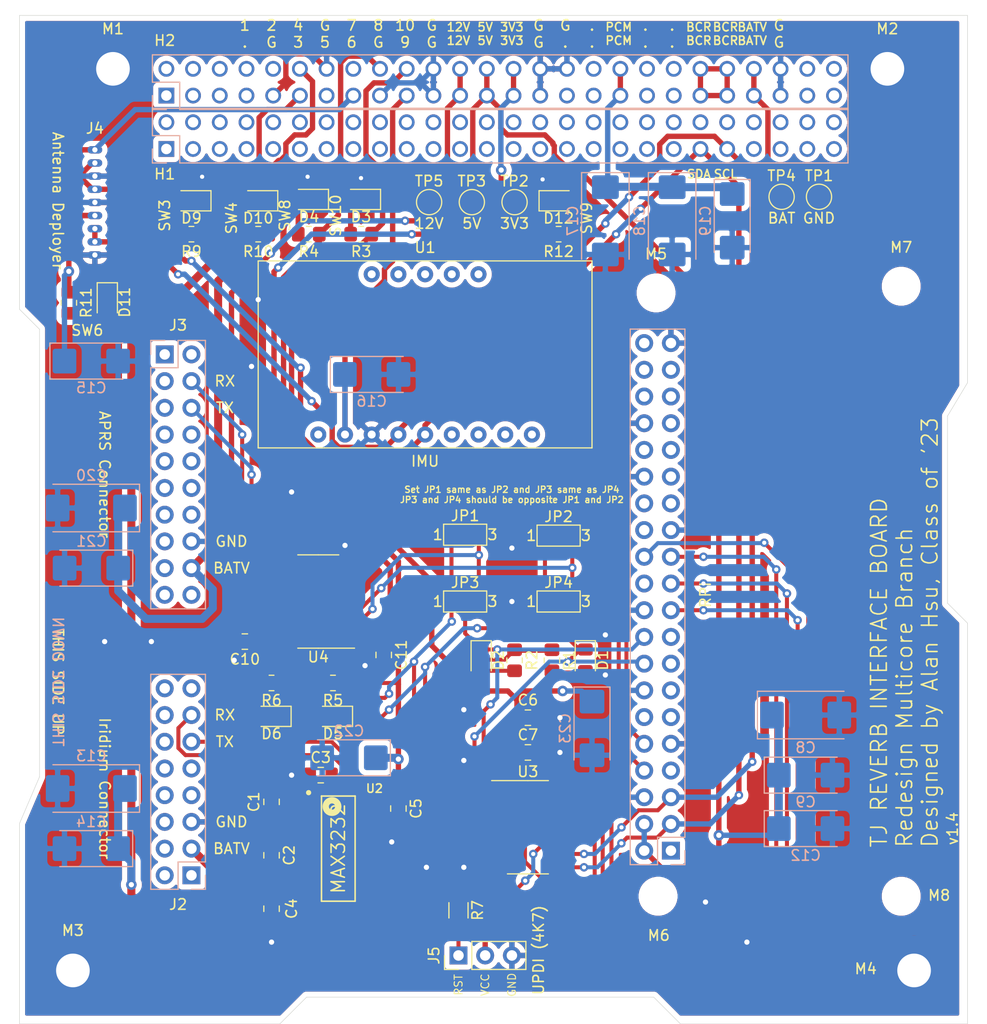
<source format=kicad_pcb>
(kicad_pcb (version 20171130) (host pcbnew "(5.1.9)-1")
  (layers (0 F.Cu signal) (31 B.Cu signal) (34 B.Paste user) (35 F.Paste user) (36 B.SilkS user) (37 F.SilkS user) (38 B.Mask user) (39 F.Mask user) (44 Edge.Cuts user))
  (net 0 "")
  (net 1 "Net-(C1-Pad2)")
  (net 2 "Net-(C1-Pad1)")
  (net 3 "Net-(C2-Pad2)")
  (net 4 "Net-(C2-Pad1)")
  (net 5 "Net-(C3-Pad2)")
  (net 6 GND)
  (net 7 "Net-(C4-Pad2)")
  (net 8 /SW8)
  (net 9 /EPSSCL)
  (net 10 /EPSSDA)
  (net 11 VBUS)
  (net 12 /BCR_OUT)
  (net 13 /PCM_IN)
  (net 14 +3V3)
  (net 15 +5V)
  (net 16 +12V)
  (net 17 /SW6)
  (net 18 /SW4)
  (net 19 /SW3)
  (net 20 /R1OUT)
  (net 21 /T1IN)
  (net 22 /R1IN)
  (net 23 /T1OUT)
  (net 24 /APRSTX)
  (net 25 /APRSRX)
  (net 26 "Net-(D1-Pad2)")
  (net 27 "Net-(D2-Pad2)")
  (net 28 "Net-(D3-Pad2)")
  (net 29 "Net-(D4-Pad2)")
  (net 30 "Net-(D5-Pad2)")
  (net 31 "Net-(D6-Pad2)")
  (net 32 /SW9)
  (net 33 /HWRX)
  (net 34 /HWTX)
  (net 35 /SW10)
  (net 36 /SPIUARTTX)
  (net 37 /SPIUARTRX)
  (net 38 /SPICE0)
  (net 39 /SPISCK)
  (net 40 /SPIMISO)
  (net 41 /SPIMOSI)
  (net 42 "Net-(D9-Pad2)")
  (net 43 "Net-(D10-Pad2)")
  (net 44 "Net-(D11-Pad2)")
  (net 45 "Net-(D12-Pad2)")
  (net 46 /APRSTXSh)
  (net 47 /APRSRXSh)
  (net 48 "Net-(J5-Pad1)")
  (net 49 /SLVRST)
  (module Capacitor_Tantalum_SMD:CP_EIA-6032-28_Kemet-C_Pad2.25x2.35mm_HandSolder (layer B.Cu) (at 161.29 120.65 270)
    (fp_text reference C23 (at 0 2.55 90) (layer B.SilkS) (effects (justify mirror)))
    (fp_text value 47uF)
    (pad 2 smd roundrect (at 2.55 0 270) (size 2.25 2.35) (layers B.Cu B.Paste B.Mask) (roundrect_rratio 0.111111) (net 6 GND))
    (pad 1 smd roundrect (at -2.55 0 270) (size 2.25 2.35) (layers B.Cu B.Paste B.Mask) (roundrect_rratio 0.111111) (net 35 /SW10))
  )
  (module Capacitor_Tantalum_SMD:CP_EIA-6032-28_Kemet-C_Pad2.25x2.35mm_HandSolder (layer B.Cu) (at 138.176 123.444 180)
    (fp_text reference C22 (at 0 2.55) (layer B.SilkS) (effects (justify mirror)))
    (fp_text value 47uF)
    (pad 2 smd roundrect (at 2.55 0 180) (size 2.25 2.35) (layers B.Cu B.Paste B.Mask) (roundrect_rratio 0.111111) (net 6 GND))
    (pad 1 smd roundrect (at -2.55 0 180) (size 2.25 2.35) (layers B.Cu B.Paste B.Mask) (roundrect_rratio 0.111111) (net 8 /SW8))
  )
  (module Capacitor_Tantalum_SMD:CP_EIA-6032-28_Kemet-C_Pad2.25x2.35mm_HandSolder (layer B.Cu) (at 113.675 105.41 180)
    (fp_text reference C21 (at 0 2.55) (layer B.SilkS) (effects (justify mirror)))
    (fp_text value 47uF)
    (pad 2 smd roundrect (at 2.55 0 180) (size 2.25 2.35) (layers B.Cu B.Paste B.Mask) (roundrect_rratio 0.111111) (net 6 GND))
    (pad 1 smd roundrect (at -2.55 0 180) (size 2.25 2.35) (layers B.Cu B.Paste B.Mask) (roundrect_rratio 0.111111) (net 18 /SW4))
  )
  (module Capacitor_Tantalum_SMD:CP_EIA-7343-43_Kemet-X_Pad2.25x2.55mm_HandSolder (layer B.Cu) (at 113.665 99.695 180)
    (fp_text reference C20 (at 0 3.1) (layer B.SilkS) (effects (justify mirror)))
    (fp_text value 100uF)
    (pad 2 smd roundrect (at 3.2 0 180) (size 2.25 2.55) (layers B.Cu B.Paste B.Mask) (roundrect_rratio 0.111111) (net 6 GND))
    (pad 1 smd roundrect (at -3.2 0 180) (size 2.25 2.55) (layers B.Cu B.Paste B.Mask) (roundrect_rratio 0.111111) (net 18 /SW4))
  )
  (module Capacitor_Tantalum_SMD:CP_EIA-6032-28_Kemet-C_Pad2.25x2.35mm_HandSolder (layer B.Cu) (at 174.625 72.39 270)
    (fp_text reference C19 (at 0 2.55 90) (layer B.SilkS) (effects (justify mirror)))
    (fp_text value 47uF)
    (pad 2 smd roundrect (at 2.55 0 270) (size 2.25 2.35) (layers B.Cu B.Paste B.Mask) (roundrect_rratio 0.111111) (net 6 GND))
    (pad 1 smd roundrect (at -2.55 0 270) (size 2.25 2.35) (layers B.Cu B.Paste B.Mask) (roundrect_rratio 0.111111) (net 13 /PCM_IN))
  )
  (module Capacitor_Tantalum_SMD:CP_EIA-7343-43_Kemet-X_Pad2.25x2.55mm_HandSolder (layer B.Cu) (at 168.91 72.39 270)
    (fp_text reference C18 (at 0 3.1 90) (layer B.SilkS) (effects (justify mirror)))
    (fp_text value 100uF)
    (pad 2 smd roundrect (at 3.2 0 270) (size 2.25 2.55) (layers B.Cu B.Paste B.Mask) (roundrect_rratio 0.111111) (net 6 GND))
    (pad 1 smd roundrect (at -3.2 0 270) (size 2.25 2.55) (layers B.Cu B.Paste B.Mask) (roundrect_rratio 0.111111) (net 13 /PCM_IN))
  )
  (module Capacitor_Tantalum_SMD:CP_EIA-7343-43_Kemet-X_Pad2.25x2.55mm_HandSolder (layer B.Cu) (at 162.56 72.39 270)
    (fp_text reference C17 (at 0 3.1 90) (layer B.SilkS) (effects (justify mirror)))
    (fp_text value 100uF)
    (pad 2 smd roundrect (at 3.2 0 270) (size 2.25 2.55) (layers B.Cu B.Paste B.Mask) (roundrect_rratio 0.111111) (net 6 GND))
    (pad 1 smd roundrect (at -3.2 0 270) (size 2.25 2.55) (layers B.Cu B.Paste B.Mask) (roundrect_rratio 0.111111) (net 13 /PCM_IN))
  )
  (module Capacitor_Tantalum_SMD:CP_EIA-6032-28_Kemet-C_Pad2.25x2.35mm_HandSolder (layer B.Cu) (at 140.335 86.995)
    (fp_text reference C16 (at 0 2.55) (layer B.SilkS) (effects (justify mirror)))
    (fp_text value 47uF)
    (pad 2 smd roundrect (at 2.55 0) (size 2.25 2.35) (layers B.Cu B.Paste B.Mask) (roundrect_rratio 0.111111) (net 6 GND))
    (pad 1 smd roundrect (at -2.55 0) (size 2.25 2.35) (layers B.Cu B.Paste B.Mask) (roundrect_rratio 0.111111) (net 32 /SW9))
  )
  (module Capacitor_Tantalum_SMD:CP_EIA-6032-28_Kemet-C_Pad2.25x2.35mm_HandSolder (layer B.Cu) (at 113.665 85.725)
    (fp_text reference C15 (at 0 2.55) (layer B.SilkS) (effects (justify mirror)))
    (fp_text value 47uF)
    (pad 2 smd roundrect (at 2.55 0) (size 2.25 2.35) (layers B.Cu B.Paste B.Mask) (roundrect_rratio 0.111111) (net 6 GND))
    (pad 1 smd roundrect (at -2.55 0) (size 2.25 2.35) (layers B.Cu B.Paste B.Mask) (roundrect_rratio 0.111111) (net 17 /SW6))
  )
  (module Capacitor_Tantalum_SMD:CP_EIA-6032-28_Kemet-C_Pad2.25x2.35mm_HandSolder (layer B.Cu) (at 113.665 132.08 180)
    (fp_text reference C14 (at 0 2.55) (layer B.SilkS) (effects (justify mirror)))
    (fp_text value 47uF)
    (pad 2 smd roundrect (at 2.55 0 180) (size 2.25 2.35) (layers B.Cu B.Paste B.Mask) (roundrect_rratio 0.111111) (net 6 GND))
    (pad 1 smd roundrect (at -2.55 0 180) (size 2.25 2.35) (layers B.Cu B.Paste B.Mask) (roundrect_rratio 0.111111) (net 19 /SW3))
  )
  (module Capacitor_Tantalum_SMD:CP_EIA-7343-43_Kemet-X_Pad2.25x2.55mm_HandSolder (layer B.Cu) (at 113.665 126.365 180)
    (fp_text reference C13 (at 0 3.1) (layer B.SilkS) (effects (justify mirror)))
    (fp_text value 100uF)
    (pad 2 smd roundrect (at 3.2 0 180) (size 2.25 2.55) (layers B.Cu B.Paste B.Mask) (roundrect_rratio 0.111111) (net 6 GND))
    (pad 1 smd roundrect (at -3.2 0 180) (size 2.25 2.55) (layers B.Cu B.Paste B.Mask) (roundrect_rratio 0.111111) (net 19 /SW3))
  )
  (module Capacitor_Tantalum_SMD:CP_EIA-6032-28_Kemet-C_Pad2.25x2.35mm_HandSolder (layer B.Cu) (at 181.61 130.175)
    (fp_text reference C12 (at 0 2.55) (layer B.SilkS) (effects (justify mirror)))
    (fp_text value 22uF)
    (pad 2 smd roundrect (at 2.55 0) (size 2.25 2.35) (layers B.Cu B.Paste B.Mask) (roundrect_rratio 0.111111) (net 6 GND))
    (pad 1 smd roundrect (at -2.55 0) (size 2.25 2.35) (layers B.Cu B.Paste B.Mask) (roundrect_rratio 0.111111) (net 15 +5V))
  )
  (module Capacitor_Tantalum_SMD:CP_EIA-6032-28_Kemet-C_Pad2.25x2.35mm_HandSolder (layer B.Cu) (at 181.61 125.095)
    (fp_text reference C9 (at 0 2.55) (layer B.SilkS) (effects (justify mirror)))
    (fp_text value 47uF)
    (pad 2 smd roundrect (at 2.55 0) (size 2.25 2.35) (layers B.Cu B.Paste B.Mask) (roundrect_rratio 0.111111) (net 6 GND))
    (pad 1 smd roundrect (at -2.55 0) (size 2.25 2.35) (layers B.Cu B.Paste B.Mask) (roundrect_rratio 0.111111) (net 15 +5V))
  )
  (module Capacitor_Tantalum_SMD:CP_EIA-7343-43_Kemet-X_Pad2.25x2.55mm_HandSolder (layer B.Cu) (at 181.61 119.38)
    (fp_text reference C8 (at 0 3.1) (layer B.SilkS) (effects (justify mirror)))
    (fp_text value 100uF)
    (pad 2 smd roundrect (at 3.2 0) (size 2.25 2.55) (layers B.Cu B.Paste B.Mask) (roundrect_rratio 0.111111) (net 6 GND))
    (pad 1 smd roundrect (at -3.2 0) (size 2.25 2.55) (layers B.Cu B.Paste B.Mask) (roundrect_rratio 0.111111) (net 15 +5V))
  )
  (module Connector_PinSocket_2.54mm:PinSocket_2x20_P2.54mm_Vertical (layer B.Cu) (at 168.796 132.274)
    (fp_text reference J1)
    (fp_text value RPiZeroW)
    (pad 40 thru_hole oval (at -2.54 -48.26) (size 1.7 1.7) (drill 1) (layers *.Cu *.Mask))
    (pad 39 thru_hole oval (at 0 -48.26) (size 1.7 1.7) (drill 1) (layers *.Cu *.Mask) (net 6 GND))
    (pad 38 thru_hole oval (at -2.54 -45.72) (size 1.7 1.7) (drill 1) (layers *.Cu *.Mask))
    (pad 37 thru_hole oval (at 0 -45.72) (size 1.7 1.7) (drill 1) (layers *.Cu *.Mask))
    (pad 36 thru_hole oval (at -2.54 -43.18) (size 1.7 1.7) (drill 1) (layers *.Cu *.Mask))
    (pad 35 thru_hole oval (at 0 -43.18) (size 1.7 1.7) (drill 1) (layers *.Cu *.Mask))
    (pad 34 thru_hole oval (at -2.54 -40.64) (size 1.7 1.7) (drill 1) (layers *.Cu *.Mask) (net 6 GND))
    (pad 33 thru_hole oval (at 0 -40.64) (size 1.7 1.7) (drill 1) (layers *.Cu *.Mask))
    (pad 32 thru_hole oval (at -2.54 -38.1) (size 1.7 1.7) (drill 1) (layers *.Cu *.Mask))
    (pad 31 thru_hole oval (at 0 -38.1) (size 1.7 1.7) (drill 1) (layers *.Cu *.Mask))
    (pad 30 thru_hole oval (at -2.54 -35.56) (size 1.7 1.7) (drill 1) (layers *.Cu *.Mask) (net 6 GND))
    (pad 29 thru_hole oval (at 0 -35.56) (size 1.7 1.7) (drill 1) (layers *.Cu *.Mask))
    (pad 28 thru_hole oval (at -2.54 -33.02) (size 1.7 1.7) (drill 1) (layers *.Cu *.Mask))
    (pad 27 thru_hole oval (at 0 -33.02) (size 1.7 1.7) (drill 1) (layers *.Cu *.Mask))
    (pad 26 thru_hole oval (at -2.54 -30.48) (size 1.7 1.7) (drill 1) (layers *.Cu *.Mask))
    (pad 25 thru_hole oval (at 0 -30.48) (size 1.7 1.7) (drill 1) (layers *.Cu *.Mask) (net 6 GND))
    (pad 24 thru_hole oval (at -2.54 -27.94) (size 1.7 1.7) (drill 1) (layers *.Cu *.Mask) (net 38 /SPICE0))
    (pad 23 thru_hole oval (at 0 -27.94) (size 1.7 1.7) (drill 1) (layers *.Cu *.Mask) (net 39 /SPISCK))
    (pad 22 thru_hole oval (at -2.54 -25.4) (size 1.7 1.7) (drill 1) (layers *.Cu *.Mask))
    (pad 21 thru_hole oval (at 0 -25.4) (size 1.7 1.7) (drill 1) (layers *.Cu *.Mask) (net 40 /SPIMISO))
    (pad 20 thru_hole oval (at -2.54 -22.86) (size 1.7 1.7) (drill 1) (layers *.Cu *.Mask) (net 6 GND))
    (pad 19 thru_hole oval (at 0 -22.86) (size 1.7 1.7) (drill 1) (layers *.Cu *.Mask) (net 41 /SPIMOSI))
    (pad 18 thru_hole oval (at -2.54 -20.32) (size 1.7 1.7) (drill 1) (layers *.Cu *.Mask) (net 37 /SPIUARTRX))
    (pad 17 thru_hole oval (at 0 -20.32) (size 1.7 1.7) (drill 1) (layers *.Cu *.Mask))
    (pad 16 thru_hole oval (at -2.54 -17.78) (size 1.7 1.7) (drill 1) (layers *.Cu *.Mask) (net 36 /SPIUARTTX))
    (pad 15 thru_hole oval (at 0 -17.78) (size 1.7 1.7) (drill 1) (layers *.Cu *.Mask))
    (pad 14 thru_hole oval (at -2.54 -15.24) (size 1.7 1.7) (drill 1) (layers *.Cu *.Mask) (net 6 GND))
    (pad 13 thru_hole oval (at 0 -15.24) (size 1.7 1.7) (drill 1) (layers *.Cu *.Mask))
    (pad 12 thru_hole oval (at -2.54 -12.7) (size 1.7 1.7) (drill 1) (layers *.Cu *.Mask))
    (pad 11 thru_hole oval (at 0 -12.7) (size 1.7 1.7) (drill 1) (layers *.Cu *.Mask))
    (pad 10 thru_hole oval (at -2.54 -10.16) (size 1.7 1.7) (drill 1) (layers *.Cu *.Mask) (net 33 /HWRX))
    (pad 9 thru_hole oval (at 0 -10.16) (size 1.7 1.7) (drill 1) (layers *.Cu *.Mask) (net 6 GND))
    (pad 8 thru_hole oval (at -2.54 -7.62) (size 1.7 1.7) (drill 1) (layers *.Cu *.Mask) (net 34 /HWTX))
    (pad 7 thru_hole oval (at 0 -7.62) (size 1.7 1.7) (drill 1) (layers *.Cu *.Mask))
    (pad 6 thru_hole oval (at -2.54 -5.08) (size 1.7 1.7) (drill 1) (layers *.Cu *.Mask) (net 6 GND))
    (pad 5 thru_hole oval (at 0 -5.08) (size 1.7 1.7) (drill 1) (layers *.Cu *.Mask) (net 9 /EPSSCL))
    (pad 4 thru_hole oval (at -2.54 -2.54) (size 1.7 1.7) (drill 1) (layers *.Cu *.Mask) (net 15 +5V))
    (pad 3 thru_hole oval (at 0 -2.54) (size 1.7 1.7) (drill 1) (layers *.Cu *.Mask) (net 10 /EPSSDA))
    (pad 2 thru_hole oval (at -2.54 0) (size 1.7 1.7) (drill 1) (layers *.Cu *.Mask) (net 15 +5V))
    (pad 1 thru_hole rect (at 0 0) (size 1.7 1.7) (drill 1) (layers *.Cu *.Mask))
  )
  (module Package_SO:SOIC-14_3.9x8.7mm_P1.27mm (layer F.Cu) (at 155.194 130.048)
    (fp_text reference U3 (at 0 -5.28) (layer F.SilkS))
    (fp_text value ATtiny1604-SS)
    (pad 14 smd roundrect (at 2.475 -3.81) (size 1.95 0.6) (layers F.Cu F.Paste F.Mask) (net 6 GND))
    (pad 13 smd roundrect (at 2.475 -2.54) (size 1.95 0.6) (layers F.Cu F.Paste F.Mask) (net 39 /SPISCK))
    (pad 12 smd roundrect (at 2.475 -1.27) (size 1.95 0.6) (layers F.Cu F.Paste F.Mask) (net 40 /SPIMISO))
    (pad 11 smd roundrect (at 2.475 0) (size 1.95 0.6) (layers F.Cu F.Paste F.Mask) (net 41 /SPIMOSI))
    (pad 10 smd roundrect (at 2.475 1.27) (size 1.95 0.6) (layers F.Cu F.Paste F.Mask) (net 49 /SLVRST))
    (pad 9 smd roundrect (at 2.475 2.54) (size 1.95 0.6) (layers F.Cu F.Paste F.Mask) (net 9 /EPSSCL))
    (pad 8 smd roundrect (at 2.475 3.81) (size 1.95 0.6) (layers F.Cu F.Paste F.Mask) (net 10 /EPSSDA))
    (pad 7 smd roundrect (at -2.475 3.81) (size 1.95 0.6) (layers F.Cu F.Paste F.Mask) (net 36 /SPIUARTTX))
    (pad 6 smd roundrect (at -2.475 2.54) (size 1.95 0.6) (layers F.Cu F.Paste F.Mask) (net 37 /SPIUARTRX))
    (pad 5 smd roundrect (at -2.475 1.27) (size 1.95 0.6) (layers F.Cu F.Paste F.Mask))
    (pad 4 smd roundrect (at -2.475 0) (size 1.95 0.6) (layers F.Cu F.Paste F.Mask))
    (pad 3 smd roundrect (at -2.475 -1.27) (size 1.95 0.6) (layers F.Cu F.Paste F.Mask))
    (pad 2 smd roundrect (at -2.475 -2.54) (size 1.95 0.6) (layers F.Cu F.Paste F.Mask) (net 38 /SPICE0))
    (pad 1 smd roundrect (at -2.475 -3.81) (size 1.95 0.6) (layers F.Cu F.Paste F.Mask) (net 35 /SW10))
  )
  (module Resistor_SMD:R_1206_3216Metric_Pad1.30x1.75mm_HandSolder (layer F.Cu) (at 148.59 137.948 270)
    (fp_text reference R7 (at 0 -1.82 90) (layer F.SilkS))
    (fp_text value 4K7)
    (pad 2 smd roundrect (at 1.55 0 270) (size 1.3 1.75) (layers F.Cu F.Paste F.Mask) (roundrect_rratio 0.192308) (net 48 "Net-(J5-Pad1)"))
    (pad 1 smd roundrect (at -1.55 0 270) (size 1.3 1.75) (layers F.Cu F.Paste F.Mask) (roundrect_rratio 0.192308) (net 49 /SLVRST))
  )
  (module Connector_PinHeader_2.54mm:PinHeader_1x03_P2.54mm_Vertical (layer F.Cu) (at 148.59 142.24 90)
    (fp_text reference J5 (at 0 -2.33 90) (layer F.SilkS))
    (fp_text value UPDI)
    (pad 3 thru_hole oval (at 0 5.08 90) (size 1.7 1.7) (drill 1) (layers *.Cu *.Mask) (net 6 GND))
    (pad 2 thru_hole oval (at 0 2.54 90) (size 1.7 1.7) (drill 1) (layers *.Cu *.Mask) (net 35 /SW10))
    (pad 1 thru_hole rect (at 0 0 90) (size 1.7 1.7) (drill 1) (layers *.Cu *.Mask) (net 48 "Net-(J5-Pad1)"))
  )
  (module Capacitor_SMD:C_0805_2012Metric_Pad1.18x1.45mm_HandSolder (layer F.Cu) (at 155.194 122.936)
    (fp_text reference C7 (at 0 -1.68) (layer F.SilkS))
    (fp_text value 0.1uF)
    (pad 2 smd roundrect (at 1.0375 0) (size 1.175 1.45) (layers F.Cu F.Paste F.Mask) (roundrect_rratio 0.212766) (net 6 GND))
    (pad 1 smd roundrect (at -1.0375 0) (size 1.175 1.45) (layers F.Cu F.Paste F.Mask) (roundrect_rratio 0.212766) (net 35 /SW10))
  )
  (module Capacitor_SMD:C_0805_2012Metric_Pad1.18x1.45mm_HandSolder (layer F.Cu) (at 155.194 119.634)
    (fp_text reference C6 (at 0 -1.68) (layer F.SilkS))
    (fp_text value 10uF)
    (pad 2 smd roundrect (at 1.0375 0) (size 1.175 1.45) (layers F.Cu F.Paste F.Mask) (roundrect_rratio 0.212766) (net 6 GND))
    (pad 1 smd roundrect (at -1.0375 0) (size 1.175 1.45) (layers F.Cu F.Paste F.Mask) (roundrect_rratio 0.212766) (net 35 /SW10))
  )
  (module Package_SO:SOIC-14_3.9x8.7mm_P1.27mm (layer F.Cu) (at 135.255 108.585 180)
    (fp_text reference U4 (at 0 -5.28) (layer F.SilkS))
    (fp_text value TXB0104D)
    (pad 14 smd roundrect (at 2.475 -3.81 180) (size 1.95 0.6) (layers F.Cu F.Paste F.Mask) (net 15 +5V))
    (pad 13 smd roundrect (at 2.475 -2.54 180) (size 1.95 0.6) (layers F.Cu F.Paste F.Mask) (net 47 /APRSRXSh))
    (pad 12 smd roundrect (at 2.475 -1.27 180) (size 1.95 0.6) (layers F.Cu F.Paste F.Mask) (net 46 /APRSTXSh))
    (pad 11 smd roundrect (at 2.475 0 180) (size 1.95 0.6) (layers F.Cu F.Paste F.Mask))
    (pad 10 smd roundrect (at 2.475 1.27 180) (size 1.95 0.6) (layers F.Cu F.Paste F.Mask))
    (pad 9 smd roundrect (at 2.475 2.54 180) (size 1.95 0.6) (layers F.Cu F.Paste F.Mask))
    (pad 8 smd roundrect (at 2.475 3.81 180) (size 1.95 0.6) (layers F.Cu F.Paste F.Mask) (net 14 +3V3))
    (pad 7 smd roundrect (at -2.475 3.81 180) (size 1.95 0.6) (layers F.Cu F.Paste F.Mask) (net 6 GND))
    (pad 6 smd roundrect (at -2.475 2.54 180) (size 1.95 0.6) (layers F.Cu F.Paste F.Mask))
    (pad 5 smd roundrect (at -2.475 1.27 180) (size 1.95 0.6) (layers F.Cu F.Paste F.Mask))
    (pad 4 smd roundrect (at -2.475 0 180) (size 1.95 0.6) (layers F.Cu F.Paste F.Mask))
    (pad 3 smd roundrect (at -2.475 -1.27 180) (size 1.95 0.6) (layers F.Cu F.Paste F.Mask) (net 24 /APRSTX))
    (pad 2 smd roundrect (at -2.475 -2.54 180) (size 1.95 0.6) (layers F.Cu F.Paste F.Mask) (net 25 /APRSRX))
    (pad 1 smd roundrect (at -2.475 -3.81 180) (size 1.95 0.6) (layers F.Cu F.Paste F.Mask) (net 14 +3V3))
  )
  (module Capacitor_SMD:C_0805_2012Metric_Pad1.18x1.45mm_HandSolder (layer F.Cu) (at 141.478 113.665 270)
    (fp_text reference C11 (at 0 -1.68 90) (layer F.SilkS))
    (fp_text value 0.1uF)
    (pad 2 smd roundrect (at 1.0375 0 270) (size 1.175 1.45) (layers F.Cu F.Paste F.Mask) (roundrect_rratio 0.212766) (net 6 GND))
    (pad 1 smd roundrect (at -1.0375 0 270) (size 1.175 1.45) (layers F.Cu F.Paste F.Mask) (roundrect_rratio 0.212766) (net 14 +3V3))
  )
  (module Capacitor_SMD:C_0805_2012Metric_Pad1.18x1.45mm_HandSolder (layer F.Cu) (at 128.27 112.395 180)
    (fp_text reference C10 (at 0 -1.68) (layer F.SilkS))
    (fp_text value 0.1uF)
    (pad 2 smd roundrect (at 1.0375 0 180) (size 1.175 1.45) (layers F.Cu F.Paste F.Mask) (roundrect_rratio 0.212766) (net 6 GND))
    (pad 1 smd roundrect (at -1.0375 0 180) (size 1.175 1.45) (layers F.Cu F.Paste F.Mask) (roundrect_rratio 0.212766) (net 15 +5V))
  )
  (module "REVERB Interface:Texas_Instruments-MAX3232ID-Level_A" (layer F.Cu) (at 137.16 132.08)
    (fp_text reference U2 (at 2.54 -5.715) (layer F.SilkS) (effects (font (size 0.800001 0.800001)) (justify left)))
    (fp_text value MAX3232 (at 0 0 90) (layer F.SilkS) (effects (font (size 1.27 1.27))))
    (pad 9 smd roundrect (at 2.824998 4.445 270) (size 0.650001 1.649999) (layers F.Cu F.Paste F.Mask) (roundrect_rratio 0.2999995385))
    (pad 10 smd roundrect (at 2.824998 3.175 270) (size 0.650001 1.649999) (layers F.Cu F.Paste F.Mask) (roundrect_rratio 0.2999995385))
    (pad 11 smd roundrect (at 2.824998 1.905 270) (size 0.650001 1.649999) (layers F.Cu F.Paste F.Mask) (roundrect_rratio 0.2999995385) (net 21 /T1IN))
    (pad 12 smd roundrect (at 2.824998 0.635 270) (size 0.650001 1.649999) (layers F.Cu F.Paste F.Mask) (roundrect_rratio 0.2999995385) (net 20 /R1OUT))
    (pad 13 smd roundrect (at 2.824998 -0.635 270) (size 0.650001 1.649999) (layers F.Cu F.Paste F.Mask) (roundrect_rratio 0.2999995385) (net 22 /R1IN))
    (pad 14 smd roundrect (at 2.824998 -1.905 270) (size 0.650001 1.649999) (layers F.Cu F.Paste F.Mask) (roundrect_rratio 0.2999995385) (net 23 /T1OUT))
    (pad 15 smd roundrect (at 2.824998 -3.175 270) (size 0.650001 1.649999) (layers F.Cu F.Paste F.Mask) (roundrect_rratio 0.2999995385) (net 6 GND))
    (pad 16 smd roundrect (at 2.824998 -4.445 270) (size 0.650001 1.649999) (layers F.Cu F.Paste F.Mask) (roundrect_rratio 0.2999995385) (net 8 /SW8))
    (pad 8 smd roundrect (at -2.825001 4.445 270) (size 0.650001 1.649999) (layers F.Cu F.Paste F.Mask) (roundrect_rratio 0.2999995385))
    (pad 7 smd roundrect (at -2.825001 3.175 270) (size 0.650001 1.649999) (layers F.Cu F.Paste F.Mask) (roundrect_rratio 0.2999995385))
    (pad 6 smd roundrect (at -2.825001 1.905 270) (size 0.650001 1.649999) (layers F.Cu F.Paste F.Mask) (roundrect_rratio 0.2999995385) (net 7 "Net-(C4-Pad2)"))
    (pad 5 smd roundrect (at -2.825001 0.635 270) (size 0.650001 1.649999) (layers F.Cu F.Paste F.Mask) (roundrect_rratio 0.2999995385) (net 3 "Net-(C2-Pad2)"))
    (pad 4 smd roundrect (at -2.825001 -0.635 270) (size 0.650001 1.649999) (layers F.Cu F.Paste F.Mask) (roundrect_rratio 0.2999995385) (net 4 "Net-(C2-Pad1)"))
    (pad 3 smd roundrect (at -2.825001 -1.905 270) (size 0.650001 1.649999) (layers F.Cu F.Paste F.Mask) (roundrect_rratio 0.2999995385) (net 2 "Net-(C1-Pad1)"))
    (pad 2 smd roundrect (at -2.825001 -3.175 270) (size 0.650001 1.649999) (layers F.Cu F.Paste F.Mask) (roundrect_rratio 0.2999995385) (net 5 "Net-(C3-Pad2)"))
    (pad 1 smd roundrect (at -2.825001 -4.445 270) (size 0.650001 1.649999) (layers F.Cu F.Paste F.Mask) (roundrect_rratio 0.2999995385) (net 1 "Net-(C1-Pad2)"))
  )
  (module Resistor_SMD:R_0805_2012Metric_Pad1.20x1.40mm_HandSolder (layer F.Cu) (at 158.115 73.66)
    (fp_text reference R12 (at 0 1.651) (layer F.SilkS))
    (fp_text value 1K)
    (pad 2 smd roundrect (at 1 0) (size 1.2 1.4) (layers F.Cu F.Paste F.Mask) (roundrect_rratio 0.2083325) (net 45 "Net-(D12-Pad2)"))
    (pad 1 smd roundrect (at -1 0) (size 1.2 1.4) (layers F.Cu F.Paste F.Mask) (roundrect_rratio 0.2083325) (net 32 /SW9))
  )
  (module Resistor_SMD:R_0805_2012Metric_Pad1.20x1.40mm_HandSolder (layer F.Cu) (at 111.53 80.183 270)
    (fp_text reference R11 (at 0 -1.65 90) (layer F.SilkS))
    (fp_text value 1K)
    (pad 2 smd roundrect (at 1 0 270) (size 1.2 1.4) (layers F.Cu F.Paste F.Mask) (roundrect_rratio 0.2083325) (net 44 "Net-(D11-Pad2)"))
    (pad 1 smd roundrect (at -1 0 270) (size 1.2 1.4) (layers F.Cu F.Paste F.Mask) (roundrect_rratio 0.2083325) (net 17 /SW6))
  )
  (module Resistor_SMD:R_0805_2012Metric_Pad1.20x1.40mm_HandSolder (layer F.Cu) (at 129.54 73.66 180)
    (fp_text reference R10 (at 0 -1.65) (layer F.SilkS))
    (fp_text value 5K)
    (pad 2 smd roundrect (at 1 0 180) (size 1.2 1.4) (layers F.Cu F.Paste F.Mask) (roundrect_rratio 0.2083325) (net 43 "Net-(D10-Pad2)"))
    (pad 1 smd roundrect (at -1 0 180) (size 1.2 1.4) (layers F.Cu F.Paste F.Mask) (roundrect_rratio 0.2083325) (net 18 /SW4))
  )
  (module Resistor_SMD:R_0805_2012Metric_Pad1.20x1.40mm_HandSolder (layer F.Cu) (at 123.19 73.66 180)
    (fp_text reference R9 (at 0 -1.65) (layer F.SilkS))
    (fp_text value 5K)
    (pad 2 smd roundrect (at 1 0 180) (size 1.2 1.4) (layers F.Cu F.Paste F.Mask) (roundrect_rratio 0.2083325) (net 42 "Net-(D9-Pad2)"))
    (pad 1 smd roundrect (at -1 0 180) (size 1.2 1.4) (layers F.Cu F.Paste F.Mask) (roundrect_rratio 0.2083325) (net 19 /SW3))
  )
  (module LED_SMD:LED_0805_2012Metric_Pad1.15x1.40mm_HandSolder (layer F.Cu) (at 158.115 70.485)
    (fp_text reference D12 (at 0 1.651) (layer F.SilkS))
    (fp_text value RED)
    (pad 2 smd roundrect (at 1.025 0) (size 1.15 1.4) (layers F.Cu F.Paste F.Mask) (roundrect_rratio 0.2173904347826087) (net 45 "Net-(D12-Pad2)"))
    (pad 1 smd roundrect (at -1.025 0) (size 1.15 1.4) (layers F.Cu F.Paste F.Mask) (roundrect_rratio 0.2173904347826087) (net 6 GND))
  )
  (module LED_SMD:LED_0805_2012Metric_Pad1.15x1.40mm_HandSolder (layer F.Cu) (at 115.189 80.137 270)
    (fp_text reference D11 (at 0 -1.65 90) (layer F.SilkS))
    (fp_text value RED)
    (pad 2 smd roundrect (at 1.025 0 270) (size 1.15 1.4) (layers F.Cu F.Paste F.Mask) (roundrect_rratio 0.2173904347826087) (net 44 "Net-(D11-Pad2)"))
    (pad 1 smd roundrect (at -1.025 0 270) (size 1.15 1.4) (layers F.Cu F.Paste F.Mask) (roundrect_rratio 0.2173904347826087) (net 6 GND))
  )
  (module LED_SMD:LED_0805_2012Metric_Pad1.15x1.40mm_HandSolder (layer F.Cu) (at 129.54 70.485 180)
    (fp_text reference D10 (at 0 -1.65) (layer F.SilkS))
    (fp_text value RED)
    (pad 2 smd roundrect (at 1.025 0 180) (size 1.15 1.4) (layers F.Cu F.Paste F.Mask) (roundrect_rratio 0.2173904347826087) (net 43 "Net-(D10-Pad2)"))
    (pad 1 smd roundrect (at -1.025 0 180) (size 1.15 1.4) (layers F.Cu F.Paste F.Mask) (roundrect_rratio 0.2173904347826087) (net 6 GND))
  )
  (module LED_SMD:LED_0805_2012Metric_Pad1.15x1.40mm_HandSolder (layer F.Cu) (at 123.19 70.485 180)
    (fp_text reference D9 (at 0 -1.65) (layer F.SilkS))
    (fp_text value RED)
    (pad 2 smd roundrect (at 1.025 0 180) (size 1.15 1.4) (layers F.Cu F.Paste F.Mask) (roundrect_rratio 0.2173904347826087) (net 42 "Net-(D9-Pad2)"))
    (pad 1 smd roundrect (at -1.025 0 180) (size 1.15 1.4) (layers F.Cu F.Paste F.Mask) (roundrect_rratio 0.2173904347826087) (net 6 GND))
  )
  (module TestPoint:TestPoint_Pad_D2.0mm (layer F.Cu) (at 145.796 70.612)
    (fp_text reference TP5 (at 0 -1.998) (layer F.SilkS))
    (fp_text value 12V)
    (pad 1 smd circle (at 0 0) (size 2 2) (layers F.Cu F.Mask) (net 16 +12V))
  )
  (module TestPoint:TestPoint_Pad_D2.0mm (layer F.Cu) (at 179.324 70.104)
    (fp_text reference TP4 (at 0 -1.998) (layer F.SilkS))
    (fp_text value BAT)
    (pad 1 smd circle (at 0 0) (size 2 2) (layers F.Cu F.Mask) (net 11 VBUS))
  )
  (module TestPoint:TestPoint_Pad_D2.0mm (layer F.Cu) (at 149.86 70.612)
    (fp_text reference TP3 (at 0 -1.998) (layer F.SilkS))
    (fp_text value 5V)
    (pad 1 smd circle (at 0 0) (size 2 2) (layers F.Cu F.Mask) (net 15 +5V))
  )
  (module TestPoint:TestPoint_Pad_D2.0mm (layer F.Cu) (at 153.924 70.612)
    (fp_text reference TP2 (at 0 -1.998) (layer F.SilkS))
    (fp_text value 3V3)
    (pad 1 smd circle (at 0 0) (size 2 2) (layers F.Cu F.Mask) (net 14 +3V3))
  )
  (module TestPoint:TestPoint_Pad_D2.0mm (layer F.Cu) (at 182.88 70.104)
    (fp_text reference TP1 (at 0 -1.998) (layer F.SilkS))
    (fp_text value GND)
    (pad 1 smd circle (at 0 0) (size 2 2) (layers F.Cu F.Mask) (net 6 GND))
  )
  (module MountingHole:MountingHole_2.7mm_M2.5 (layer F.Cu) (at 190.701 136.609)
    (fp_text reference M8 (at 3.609 -0.084) (layer F.SilkS))
    (fp_text value PiMount)
    (pad 1 np_thru_hole circle (at 0 0) (size 2.7 2.7) (drill 2.7) (layers *.Cu *.Mask))
  )
  (module MountingHole:MountingHole_2.7mm_M2.5 (layer F.Cu) (at 190.701 78.609)
    (fp_text reference M7 (at 0 -3.7) (layer F.SilkS))
    (fp_text value PiMount)
    (pad 1 np_thru_hole circle (at 0 0) (size 2.7 2.7) (drill 2.7) (layers *.Cu *.Mask))
  )
  (module MountingHole:MountingHole_2.7mm_M2.5 (layer F.Cu) (at 167.574 136.609)
    (fp_text reference M6 (at 0.066 3.726) (layer F.SilkS))
    (fp_text value PiMount)
    (pad 1 np_thru_hole circle (at 0 0) (size 2.7 2.7) (drill 2.7) (layers *.Cu *.Mask))
  )
  (module MountingHole:MountingHole_2.7mm_M2.5 (layer F.Cu) (at 167.384 79.244)
    (fp_text reference M5 (at 0 -3.7) (layer F.SilkS))
    (fp_text value PiMount)
    (pad 1 np_thru_hole circle (at 0 0) (size 2.7 2.7) (drill 2.7) (layers *.Cu *.Mask))
  )
  (module Resistor_SMD:R_0805_2012Metric_Pad1.20x1.40mm_HandSolder (layer F.Cu) (at 130.81 116.332 180)
    (fp_text reference R6 (at 0 -1.65) (layer F.SilkS))
    (fp_text value 1K)
    (pad 2 smd roundrect (at 1 0 180) (size 1.2 1.4) (layers F.Cu F.Paste F.Mask) (roundrect_rratio 0.2083325) (net 31 "Net-(D6-Pad2)"))
    (pad 1 smd roundrect (at -1 0 180) (size 1.2 1.4) (layers F.Cu F.Paste F.Mask) (roundrect_rratio 0.2083325) (net 8 /SW8))
  )
  (module Resistor_SMD:R_0805_2012Metric_Pad1.20x1.40mm_HandSolder (layer F.Cu) (at 136.652 116.332 180)
    (fp_text reference R5 (at 0 -1.65) (layer F.SilkS))
    (fp_text value 1K)
    (pad 2 smd roundrect (at 1 0 180) (size 1.2 1.4) (layers F.Cu F.Paste F.Mask) (roundrect_rratio 0.2083325) (net 30 "Net-(D5-Pad2)"))
    (pad 1 smd roundrect (at -1 0 180) (size 1.2 1.4) (layers F.Cu F.Paste F.Mask) (roundrect_rratio 0.2083325) (net 8 /SW8))
  )
  (module Resistor_SMD:R_0805_2012Metric_Pad1.20x1.40mm_HandSolder (layer F.Cu) (at 134.35 73.66 180)
    (fp_text reference R4 (at 0 -1.65) (layer F.SilkS))
    (fp_text value 1K)
    (pad 2 smd roundrect (at 1 0 180) (size 1.2 1.4) (layers F.Cu F.Paste F.Mask) (roundrect_rratio 0.2083325) (net 29 "Net-(D4-Pad2)"))
    (pad 1 smd roundrect (at -1 0 180) (size 1.2 1.4) (layers F.Cu F.Paste F.Mask) (roundrect_rratio 0.2083325) (net 8 /SW8))
  )
  (module Resistor_SMD:R_0805_2012Metric_Pad1.20x1.40mm_HandSolder (layer F.Cu) (at 139.335 73.66 180)
    (fp_text reference R3 (at 0 -1.65) (layer F.SilkS))
    (fp_text value 1K)
    (pad 2 smd roundrect (at 1 0 180) (size 1.2 1.4) (layers F.Cu F.Paste F.Mask) (roundrect_rratio 0.2083325) (net 28 "Net-(D3-Pad2)"))
    (pad 1 smd roundrect (at -1 0 180) (size 1.2 1.4) (layers F.Cu F.Paste F.Mask) (roundrect_rratio 0.2083325) (net 35 /SW10))
  )
  (module Resistor_SMD:R_0805_2012Metric_Pad1.20x1.40mm_HandSolder (layer F.Cu) (at 153.924 114.173 270)
    (fp_text reference R2 (at 0 -1.65 90) (layer F.SilkS))
    (fp_text value 1K)
    (pad 2 smd roundrect (at 1 0 270) (size 1.2 1.4) (layers F.Cu F.Paste F.Mask) (roundrect_rratio 0.2083325) (net 27 "Net-(D2-Pad2)"))
    (pad 1 smd roundrect (at -1 0 270) (size 1.2 1.4) (layers F.Cu F.Paste F.Mask) (roundrect_rratio 0.2083325) (net 35 /SW10))
  )
  (module Resistor_SMD:R_0805_2012Metric_Pad1.20x1.40mm_HandSolder (layer F.Cu) (at 157.48 114.173 270)
    (fp_text reference R1 (at 0 -1.65 90) (layer F.SilkS))
    (fp_text value 1K)
    (pad 2 smd roundrect (at 1 0 270) (size 1.2 1.4) (layers F.Cu F.Paste F.Mask) (roundrect_rratio 0.2083325) (net 26 "Net-(D1-Pad2)"))
    (pad 1 smd roundrect (at -1 0 270) (size 1.2 1.4) (layers F.Cu F.Paste F.Mask) (roundrect_rratio 0.2083325) (net 35 /SW10))
  )
  (module Jumper:SolderJumper-3_P1.3mm_Open_Pad1.0x1.5mm_NumberLabels (layer F.Cu) (at 158.115 108.585)
    (fp_text reference JP4 (at 0 -1.8) (layer F.SilkS))
    (fp_text value SPIUARTTX)
    (fp_text user 1 (at -2.6 0) (layer F.SilkS))
    (fp_text user 3 (at 2.6 0) (layer F.SilkS))
    (pad 1 smd rect (at -1.3 0) (size 1 1.5) (layers F.Cu F.Mask) (net 21 /T1IN))
    (pad 2 smd rect (at 0 0) (size 1 1.5) (layers F.Cu F.Mask) (net 36 /SPIUARTTX))
    (pad 3 smd rect (at 1.3 0) (size 1 1.5) (layers F.Cu F.Mask) (net 24 /APRSTX))
  )
  (module Jumper:SolderJumper-3_P1.3mm_Open_Pad1.0x1.5mm_NumberLabels (layer F.Cu) (at 149.225 108.585)
    (fp_text reference JP3 (at 0 -1.8) (layer F.SilkS))
    (fp_text value SPIUARTRX)
    (fp_text user 1 (at -2.6 0) (layer F.SilkS))
    (fp_text user 3 (at 2.6 0) (layer F.SilkS))
    (pad 1 smd rect (at -1.3 0) (size 1 1.5) (layers F.Cu F.Mask) (net 20 /R1OUT))
    (pad 2 smd rect (at 0 0) (size 1 1.5) (layers F.Cu F.Mask) (net 37 /SPIUARTRX))
    (pad 3 smd rect (at 1.3 0) (size 1 1.5) (layers F.Cu F.Mask) (net 25 /APRSRX))
  )
  (module Jumper:SolderJumper-3_P1.3mm_Open_Pad1.0x1.5mm_NumberLabels (layer F.Cu) (at 158.115 102.32)
    (fp_text reference JP2 (at 0 -1.8) (layer F.SilkS))
    (fp_text value HWTX)
    (fp_text user 1 (at -2.6 0) (layer F.SilkS))
    (fp_text user 3 (at 2.6 0) (layer F.SilkS))
    (pad 1 smd rect (at -1.3 0) (size 1 1.5) (layers F.Cu F.Mask) (net 21 /T1IN))
    (pad 2 smd rect (at 0 0) (size 1 1.5) (layers F.Cu F.Mask) (net 34 /HWTX))
    (pad 3 smd rect (at 1.3 0) (size 1 1.5) (layers F.Cu F.Mask) (net 24 /APRSTX))
  )
  (module Jumper:SolderJumper-3_P1.3mm_Open_Pad1.0x1.5mm_NumberLabels (layer F.Cu) (at 149.225 102.235)
    (fp_text reference JP1 (at 0 -1.8) (layer F.SilkS))
    (fp_text value HWRX)
    (fp_text user 1 (at -2.6 0) (layer F.SilkS))
    (fp_text user 3 (at 2.6 0) (layer F.SilkS))
    (pad 1 smd rect (at -1.3 0) (size 1 1.5) (layers F.Cu F.Mask) (net 20 /R1OUT))
    (pad 2 smd rect (at 0 0) (size 1 1.5) (layers F.Cu F.Mask) (net 33 /HWRX))
    (pad 3 smd rect (at 1.3 0) (size 1 1.5) (layers F.Cu F.Mask) (net 25 /APRSRX))
  )
  (module "REVERB Interface:LSM9DS1BOB" (layer F.Cu) (at 145.415 85.09)
    (fp_text reference U1 (at 0 -10.16) (layer F.SilkS))
    (fp_text value LSM9DS1BOB)
    (pad 14 thru_hole circle (at -10.16 7.62) (size 1.524 1.524) (drill 0.762) (layers *.Cu *.Mask))
    (pad 13 thru_hole circle (at -7.62 7.62) (size 1.524 1.524) (drill 0.762) (layers *.Cu *.Mask) (net 32 /SW9))
    (pad 12 thru_hole circle (at -5.08 7.62) (size 1.524 1.524) (drill 0.762) (layers *.Cu *.Mask) (net 6 GND))
    (pad 11 thru_hole circle (at -2.54 7.62) (size 1.524 1.524) (drill 0.762) (layers *.Cu *.Mask) (net 9 /EPSSCL))
    (pad 10 thru_hole circle (at 0 7.62) (size 1.524 1.524) (drill 0.762) (layers *.Cu *.Mask) (net 10 /EPSSDA))
    (pad 9 thru_hole circle (at 2.54 7.62) (size 1.524 1.524) (drill 0.762) (layers *.Cu *.Mask))
    (pad 8 thru_hole circle (at 5.08 7.62) (size 1.524 1.524) (drill 0.762) (layers *.Cu *.Mask))
    (pad 7 thru_hole circle (at 7.62 7.62) (size 1.524 1.524) (drill 0.762) (layers *.Cu *.Mask))
    (pad 6 thru_hole circle (at 10.16 7.62) (size 1.524 1.524) (drill 0.762) (layers *.Cu *.Mask))
    (pad 1 thru_hole circle (at -5.08 -7.62) (size 1.524 1.524) (drill 0.762) (layers *.Cu *.Mask))
    (pad 5 thru_hole circle (at 5.08 -7.62) (size 1.524 1.524) (drill 0.762) (layers *.Cu *.Mask))
    (pad 4 thru_hole circle (at 2.54 -7.62) (size 1.524 1.524) (drill 0.762) (layers *.Cu *.Mask))
    (pad 3 thru_hole circle (at 0 -7.62) (size 1.524 1.524) (drill 0.762) (layers *.Cu *.Mask))
    (pad 2 thru_hole circle (at -2.54 -7.62) (size 1.524 1.524) (drill 0.762) (layers *.Cu *.Mask))
  )
  (module LED_SMD:LED_0805_2012Metric_Pad1.15x1.40mm_HandSolder (layer F.Cu) (at 130.81 119.507 180)
    (fp_text reference D6 (at 0 -1.65) (layer F.SilkS))
    (fp_text value GREEN)
    (pad 2 smd roundrect (at 1.025 0 180) (size 1.15 1.4) (layers F.Cu F.Paste F.Mask) (roundrect_rratio 0.2173904347826087) (net 31 "Net-(D6-Pad2)"))
    (pad 1 smd roundrect (at -1.025 0 180) (size 1.15 1.4) (layers F.Cu F.Paste F.Mask) (roundrect_rratio 0.2173904347826087) (net 20 /R1OUT))
  )
  (module LED_SMD:LED_0805_2012Metric_Pad1.15x1.40mm_HandSolder (layer F.Cu) (at 136.652 119.507 180)
    (fp_text reference D5 (at 0 -1.65) (layer F.SilkS))
    (fp_text value RED)
    (pad 2 smd roundrect (at 1.025 0 180) (size 1.15 1.4) (layers F.Cu F.Paste F.Mask) (roundrect_rratio 0.2173904347826087) (net 30 "Net-(D5-Pad2)"))
    (pad 1 smd roundrect (at -1.025 0 180) (size 1.15 1.4) (layers F.Cu F.Paste F.Mask) (roundrect_rratio 0.2173904347826087) (net 21 /T1IN))
  )
  (module LED_SMD:LED_0805_2012Metric_Pad1.15x1.40mm_HandSolder (layer F.Cu) (at 134.366 70.358 180)
    (fp_text reference D4 (at 0 -1.65) (layer F.SilkS))
    (fp_text value RED)
    (pad 2 smd roundrect (at 1.025 0 180) (size 1.15 1.4) (layers F.Cu F.Paste F.Mask) (roundrect_rratio 0.2173904347826087) (net 29 "Net-(D4-Pad2)"))
    (pad 1 smd roundrect (at -1.025 0 180) (size 1.15 1.4) (layers F.Cu F.Paste F.Mask) (roundrect_rratio 0.2173904347826087) (net 6 GND))
  )
  (module LED_SMD:LED_0805_2012Metric_Pad1.15x1.40mm_HandSolder (layer F.Cu) (at 139.319 70.358 180)
    (fp_text reference D3 (at 0 -1.65) (layer F.SilkS))
    (fp_text value RED)
    (pad 2 smd roundrect (at 1.025 0 180) (size 1.15 1.4) (layers F.Cu F.Paste F.Mask) (roundrect_rratio 0.2173904347826087) (net 28 "Net-(D3-Pad2)"))
    (pad 1 smd roundrect (at -1.025 0 180) (size 1.15 1.4) (layers F.Cu F.Paste F.Mask) (roundrect_rratio 0.2173904347826087) (net 6 GND))
  )
  (module LED_SMD:LED_0805_2012Metric_Pad1.15x1.40mm_HandSolder (layer F.Cu) (at 150.749 114.173 270)
    (fp_text reference D2 (at 0 -1.65 90) (layer F.SilkS))
    (fp_text value GREEN)
    (pad 2 smd roundrect (at 1.025 0 270) (size 1.15 1.4) (layers F.Cu F.Paste F.Mask) (roundrect_rratio 0.2173904347826087) (net 27 "Net-(D2-Pad2)"))
    (pad 1 smd roundrect (at -1.025 0 270) (size 1.15 1.4) (layers F.Cu F.Paste F.Mask) (roundrect_rratio 0.2173904347826087) (net 37 /SPIUARTRX))
  )
  (module LED_SMD:LED_0805_2012Metric_Pad1.15x1.40mm_HandSolder (layer F.Cu) (at 160.655 114.173 270)
    (fp_text reference D1 (at 0 -1.65 90) (layer F.SilkS))
    (fp_text value RED)
    (pad 2 smd roundrect (at 1.025 0 270) (size 1.15 1.4) (layers F.Cu F.Paste F.Mask) (roundrect_rratio 0.2173904347826087) (net 26 "Net-(D1-Pad2)"))
    (pad 1 smd roundrect (at -1.025 0 270) (size 1.15 1.4) (layers F.Cu F.Paste F.Mask) (roundrect_rratio 0.2173904347826087) (net 36 /SPIUARTTX))
  )
  (module MountingHole:MountingHole_3.2mm_M3_DIN965_Pad_TopBottom (layer F.Cu) (at 191.926 143.664)
    (fp_text reference M4 (at -4.601 -0.154) (layer F.SilkS))
    (fp_text value MountingHole_Pad)
    (pad 1 connect circle (at 0 0) (size 5.6 5.6) (layers B.Cu B.Mask) (net 6 GND))
    (pad 1 connect circle (at 0 0) (size 5.6 5.6) (layers F.Cu F.Mask) (net 6 GND))
    (pad 1 thru_hole circle (at 0 0) (size 3.6 3.6) (drill 3.2) (layers *.Cu *.Mask) (net 6 GND))
  )
  (module MountingHole:MountingHole_3.2mm_M3_DIN965_Pad_TopBottom (layer F.Cu) (at 111.916 143.664)
    (fp_text reference M3 (at 0 -3.8) (layer F.SilkS))
    (fp_text value MountingHole_Pad)
    (pad 1 connect circle (at 0 0) (size 5.6 5.6) (layers B.Cu B.Mask) (net 6 GND))
    (pad 1 connect circle (at 0 0) (size 5.6 5.6) (layers F.Cu F.Mask) (net 6 GND))
    (pad 1 thru_hole circle (at 0 0) (size 3.6 3.6) (drill 3.2) (layers *.Cu *.Mask) (net 6 GND))
  )
  (module MountingHole:MountingHole_3.2mm_M3_DIN965_Pad_TopBottom (layer F.Cu) (at 189.386 57.939)
    (fp_text reference M2 (at 0 -3.8) (layer F.SilkS))
    (fp_text value MountingHole_Pad)
    (pad 1 connect circle (at 0 0) (size 5.6 5.6) (layers B.Cu B.Mask) (net 6 GND))
    (pad 1 connect circle (at 0 0) (size 5.6 5.6) (layers F.Cu F.Mask) (net 6 GND))
    (pad 1 thru_hole circle (at 0 0) (size 3.6 3.6) (drill 3.2) (layers *.Cu *.Mask) (net 6 GND))
  )
  (module MountingHole:MountingHole_3.2mm_M3_DIN965_Pad_TopBottom (layer F.Cu) (at 115.726 57.939)
    (fp_text reference M1 (at 0 -3.8) (layer F.SilkS))
    (fp_text value MountingHole_Pad)
    (pad 1 connect circle (at 0 0) (size 5.6 5.6) (layers B.Cu B.Mask) (net 6 GND))
    (pad 1 connect circle (at 0 0) (size 5.6 5.6) (layers F.Cu F.Mask) (net 6 GND))
    (pad 1 thru_hole circle (at 0 0) (size 3.6 3.6) (drill 3.2) (layers *.Cu *.Mask) (net 6 GND))
  )
  (module "REVERB Interface:1.25mmPitchHeader" (layer F.Cu) (at 114.006 65.639)
    (fp_text reference J4 (at 0 -2.04) (layer F.SilkS))
    (fp_text value Antenna)
    (pad 9 thru_hole oval (at 0 10) (size 1.4 0.7) (drill 0.5) (layers *.Cu *.Mask) (net 6 GND))
    (pad 8 thru_hole oval (at 0 8.75) (size 1.4 0.7) (drill 0.5) (layers *.Cu *.Mask) (net 9 /EPSSCL))
    (pad 7 thru_hole oval (at 0 7.5) (size 1.4 0.7) (drill 0.5) (layers *.Cu *.Mask) (net 9 /EPSSCL))
    (pad 6 thru_hole oval (at 0 6.25) (size 1.4 0.7) (drill 0.5) (layers *.Cu *.Mask) (net 17 /SW6))
    (pad 5 thru_hole oval (at 0 5) (size 1.4 0.7) (drill 0.5) (layers *.Cu *.Mask) (net 6 GND))
    (pad 4 thru_hole oval (at 0 3.75) (size 1.4 0.7) (drill 0.5) (layers *.Cu *.Mask) (net 10 /EPSSDA))
    (pad 3 thru_hole oval (at 0 2.5) (size 1.4 0.7) (drill 0.5) (layers *.Cu *.Mask) (net 6 GND))
    (pad 2 thru_hole oval (at 0 1.25) (size 1.4 0.7) (drill 0.5) (layers *.Cu *.Mask) (net 10 /EPSSDA))
    (pad 1 thru_hole oval (at 0 0) (size 1.4 0.7) (drill 0.5) (layers *.Cu *.Mask) (net 17 /SW6))
  )
  (module Connector_PinSocket_2.54mm:PinSocket_2x10_P2.54mm_Vertical (layer B.Cu) (at 120.65 85.09 180)
    (fp_text reference J3 (at -1.27 2.77) (layer F.SilkS))
    (fp_text value APRS)
    (pad 20 thru_hole oval (at -2.54 -22.86 180) (size 1.7 1.7) (drill 1) (layers *.Cu *.Mask))
    (pad 19 thru_hole oval (at 0 -22.86 180) (size 1.7 1.7) (drill 1) (layers *.Cu *.Mask))
    (pad 18 thru_hole oval (at -2.54 -20.32 180) (size 1.7 1.7) (drill 1) (layers *.Cu *.Mask) (net 18 /SW4))
    (pad 17 thru_hole oval (at 0 -20.32 180) (size 1.7 1.7) (drill 1) (layers *.Cu *.Mask))
    (pad 16 thru_hole oval (at -2.54 -17.78 180) (size 1.7 1.7) (drill 1) (layers *.Cu *.Mask) (net 6 GND))
    (pad 15 thru_hole oval (at 0 -17.78 180) (size 1.7 1.7) (drill 1) (layers *.Cu *.Mask))
    (pad 14 thru_hole oval (at -2.54 -15.24 180) (size 1.7 1.7) (drill 1) (layers *.Cu *.Mask))
    (pad 13 thru_hole oval (at 0 -15.24 180) (size 1.7 1.7) (drill 1) (layers *.Cu *.Mask))
    (pad 12 thru_hole oval (at -2.54 -12.7 180) (size 1.7 1.7) (drill 1) (layers *.Cu *.Mask))
    (pad 11 thru_hole oval (at 0 -12.7 180) (size 1.7 1.7) (drill 1) (layers *.Cu *.Mask))
    (pad 10 thru_hole oval (at -2.54 -10.16 180) (size 1.7 1.7) (drill 1) (layers *.Cu *.Mask))
    (pad 9 thru_hole oval (at 0 -10.16 180) (size 1.7 1.7) (drill 1) (layers *.Cu *.Mask))
    (pad 8 thru_hole oval (at -2.54 -7.62 180) (size 1.7 1.7) (drill 1) (layers *.Cu *.Mask))
    (pad 7 thru_hole oval (at 0 -7.62 180) (size 1.7 1.7) (drill 1) (layers *.Cu *.Mask))
    (pad 6 thru_hole oval (at -2.54 -5.08 180) (size 1.7 1.7) (drill 1) (layers *.Cu *.Mask) (net 46 /APRSTXSh))
    (pad 5 thru_hole oval (at 0 -5.08 180) (size 1.7 1.7) (drill 1) (layers *.Cu *.Mask))
    (pad 4 thru_hole oval (at -2.54 -2.54 180) (size 1.7 1.7) (drill 1) (layers *.Cu *.Mask) (net 47 /APRSRXSh))
    (pad 3 thru_hole oval (at 0 -2.54 180) (size 1.7 1.7) (drill 1) (layers *.Cu *.Mask))
    (pad 2 thru_hole oval (at -2.54 0 180) (size 1.7 1.7) (drill 1) (layers *.Cu *.Mask))
    (pad 1 thru_hole rect (at 0 0 180) (size 1.7 1.7) (drill 1) (layers *.Cu *.Mask))
  )
  (module Connector_PinSocket_2.54mm:PinSocket_2x08_P2.54mm_Vertical (layer B.Cu) (at 123.19 134.62)
    (fp_text reference J2 (at -1.27 2.77) (layer F.SilkS))
    (fp_text value Iridium)
    (pad 16 thru_hole oval (at -2.54 -17.78) (size 1.7 1.7) (drill 1) (layers *.Cu *.Mask))
    (pad 15 thru_hole oval (at 0 -17.78) (size 1.7 1.7) (drill 1) (layers *.Cu *.Mask))
    (pad 14 thru_hole oval (at -2.54 -15.24) (size 1.7 1.7) (drill 1) (layers *.Cu *.Mask))
    (pad 13 thru_hole oval (at 0 -15.24) (size 1.7 1.7) (drill 1) (layers *.Cu *.Mask) (net 22 /R1IN))
    (pad 12 thru_hole oval (at -2.54 -12.7) (size 1.7 1.7) (drill 1) (layers *.Cu *.Mask))
    (pad 11 thru_hole oval (at 0 -12.7) (size 1.7 1.7) (drill 1) (layers *.Cu *.Mask) (net 23 /T1OUT))
    (pad 10 thru_hole oval (at -2.54 -10.16) (size 1.7 1.7) (drill 1) (layers *.Cu *.Mask))
    (pad 9 thru_hole oval (at 0 -10.16) (size 1.7 1.7) (drill 1) (layers *.Cu *.Mask))
    (pad 8 thru_hole oval (at -2.54 -7.62) (size 1.7 1.7) (drill 1) (layers *.Cu *.Mask))
    (pad 7 thru_hole oval (at 0 -7.62) (size 1.7 1.7) (drill 1) (layers *.Cu *.Mask))
    (pad 6 thru_hole oval (at -2.54 -5.08) (size 1.7 1.7) (drill 1) (layers *.Cu *.Mask))
    (pad 5 thru_hole oval (at 0 -5.08) (size 1.7 1.7) (drill 1) (layers *.Cu *.Mask) (net 6 GND))
    (pad 4 thru_hole oval (at -2.54 -2.54) (size 1.7 1.7) (drill 1) (layers *.Cu *.Mask))
    (pad 3 thru_hole oval (at 0 -2.54) (size 1.7 1.7) (drill 1) (layers *.Cu *.Mask) (net 19 /SW3))
    (pad 2 thru_hole oval (at -2.54 0) (size 1.7 1.7) (drill 1) (layers *.Cu *.Mask))
    (pad 1 thru_hole rect (at 0 0) (size 1.7 1.7) (drill 1) (layers *.Cu *.Mask))
  )
  (module "REVERB Interface:PinSocket_2x26_P2.54mm_Vertical" (layer B.Cu) (at 120.806 60.479 270)
    (fp_text reference H2 (at -5.234 0.156) (layer F.SilkS))
    (fp_text value "EPS Stack Header 1")
    (pad 52 thru_hole oval (at -2.54 -63.5 270) (size 1.5 1.5) (drill 1) (layers *.Cu *.Mask))
    (pad 51 thru_hole oval (at 0 -63.5 270) (size 1.5 1.5) (drill 1) (layers *.Cu *.Mask))
    (pad 50 thru_hole oval (at -2.54 -60.96 270) (size 1.5 1.5) (drill 1) (layers *.Cu *.Mask))
    (pad 49 thru_hole oval (at 0 -60.96 270) (size 1.5 1.5) (drill 1) (layers *.Cu *.Mask))
    (pad 48 thru_hole oval (at -2.54 -58.42 270) (size 1.5 1.5) (drill 1) (layers *.Cu *.Mask) (net 6 GND))
    (pad 47 thru_hole oval (at 0 -58.42 270) (size 1.5 1.5) (drill 1) (layers *.Cu *.Mask) (net 6 GND))
    (pad 46 thru_hole oval (at -2.54 -55.88 270) (size 1.5 1.5) (drill 1) (layers *.Cu *.Mask) (net 11 VBUS))
    (pad 45 thru_hole oval (at 0 -55.88 270) (size 1.5 1.5) (drill 1) (layers *.Cu *.Mask) (net 11 VBUS))
    (pad 44 thru_hole oval (at -2.54 -53.34 270) (size 1.5 1.5) (drill 1) (layers *.Cu *.Mask) (net 12 /BCR_OUT))
    (pad 43 thru_hole oval (at 0 -53.34 270) (size 1.5 1.5) (drill 1) (layers *.Cu *.Mask) (net 12 /BCR_OUT))
    (pad 42 thru_hole oval (at -2.54 -50.8 270) (size 1.5 1.5) (drill 1) (layers *.Cu *.Mask) (net 12 /BCR_OUT))
    (pad 41 thru_hole oval (at 0 -50.8 270) (size 1.5 1.5) (drill 1) (layers *.Cu *.Mask) (net 12 /BCR_OUT))
    (pad 40 thru_hole oval (at -2.54 -48.26 270) (size 1.5 1.5) (drill 1) (layers *.Cu *.Mask))
    (pad 39 thru_hole oval (at 0 -48.26 270) (size 1.5 1.5) (drill 1) (layers *.Cu *.Mask))
    (pad 38 thru_hole oval (at -2.54 -45.72 270) (size 1.5 1.5) (drill 1) (layers *.Cu *.Mask))
    (pad 37 thru_hole oval (at 0 -45.72 270) (size 1.5 1.5) (drill 1) (layers *.Cu *.Mask))
    (pad 36 thru_hole oval (at -2.54 -43.18 270) (size 1.5 1.5) (drill 1) (layers *.Cu *.Mask) (net 13 /PCM_IN))
    (pad 35 thru_hole oval (at 0 -43.18 270) (size 1.5 1.5) (drill 1) (layers *.Cu *.Mask) (net 13 /PCM_IN))
    (pad 34 thru_hole oval (at -2.54 -40.64 270) (size 1.5 1.5) (drill 1) (layers *.Cu *.Mask))
    (pad 33 thru_hole oval (at 0 -40.64 270) (size 1.5 1.5) (drill 1) (layers *.Cu *.Mask))
    (pad 32 thru_hole oval (at -2.54 -38.1 270) (size 1.5 1.5) (drill 1) (layers *.Cu *.Mask) (net 6 GND))
    (pad 31 thru_hole oval (at 0 -38.1 270) (size 1.5 1.5) (drill 1) (layers *.Cu *.Mask))
    (pad 30 thru_hole oval (at -2.54 -35.56 270) (size 1.5 1.5) (drill 1) (layers *.Cu *.Mask) (net 6 GND))
    (pad 29 thru_hole oval (at 0 -35.56 270) (size 1.5 1.5) (drill 1) (layers *.Cu *.Mask) (net 6 GND))
    (pad 28 thru_hole oval (at -2.54 -33.02 270) (size 1.5 1.5) (drill 1) (layers *.Cu *.Mask) (net 14 +3V3))
    (pad 27 thru_hole oval (at 0 -33.02 270) (size 1.5 1.5) (drill 1) (layers *.Cu *.Mask) (net 14 +3V3))
    (pad 26 thru_hole oval (at -2.54 -30.48 270) (size 1.5 1.5) (drill 1) (layers *.Cu *.Mask) (net 15 +5V))
    (pad 25 thru_hole oval (at 0 -30.48 270) (size 1.5 1.5) (drill 1) (layers *.Cu *.Mask) (net 15 +5V))
    (pad 24 thru_hole oval (at -2.54 -27.94 270) (size 1.5 1.5) (drill 1) (layers *.Cu *.Mask) (net 16 +12V))
    (pad 23 thru_hole oval (at 0 -27.94 270) (size 1.5 1.5) (drill 1) (layers *.Cu *.Mask) (net 16 +12V))
    (pad 22 thru_hole oval (at -2.54 -25.4 270) (size 1.5 1.5) (drill 1) (layers *.Cu *.Mask) (net 6 GND))
    (pad 21 thru_hole oval (at 0 -25.4 270) (size 1.5 1.5) (drill 1) (layers *.Cu *.Mask) (net 6 GND))
    (pad 20 thru_hole oval (at -2.54 -22.86 270) (size 1.5 1.5) (drill 1) (layers *.Cu *.Mask) (net 35 /SW10))
    (pad 19 thru_hole oval (at 0 -22.86 270) (size 1.5 1.5) (drill 1) (layers *.Cu *.Mask) (net 32 /SW9))
    (pad 18 thru_hole oval (at -2.54 -20.32 270) (size 1.5 1.5) (drill 1) (layers *.Cu *.Mask) (net 8 /SW8))
    (pad 17 thru_hole oval (at 0 -20.32 270) (size 1.5 1.5) (drill 1) (layers *.Cu *.Mask) (net 6 GND))
    (pad 16 thru_hole oval (at -2.54 -17.78 270) (size 1.5 1.5) (drill 1) (layers *.Cu *.Mask))
    (pad 15 thru_hole oval (at 0 -17.78 270) (size 1.5 1.5) (drill 1) (layers *.Cu *.Mask) (net 17 /SW6))
    (pad 14 thru_hole oval (at -2.54 -15.24 270) (size 1.5 1.5) (drill 1) (layers *.Cu *.Mask) (net 6 GND))
    (pad 13 thru_hole oval (at 0 -15.24 270) (size 1.5 1.5) (drill 1) (layers *.Cu *.Mask))
    (pad 12 thru_hole oval (at -2.54 -12.7 270) (size 1.5 1.5) (drill 1) (layers *.Cu *.Mask) (net 18 /SW4))
    (pad 11 thru_hole oval (at 0 -12.7 270) (size 1.5 1.5) (drill 1) (layers *.Cu *.Mask) (net 19 /SW3))
    (pad 10 thru_hole oval (at -2.54 -10.16 270) (size 1.5 1.5) (drill 1) (layers *.Cu *.Mask))
    (pad 9 thru_hole oval (at 0 -10.16 270) (size 1.5 1.5) (drill 1) (layers *.Cu *.Mask) (net 6 GND))
    (pad 8 thru_hole oval (at -2.54 -7.62 270) (size 1.5 1.5) (drill 1) (layers *.Cu *.Mask))
    (pad 7 thru_hole oval (at 0 -7.62 270) (size 1.5 1.5) (drill 1) (layers *.Cu *.Mask))
    (pad 6 thru_hole oval (at -2.54 -5.08 270) (size 1.5 1.5) (drill 1) (layers *.Cu *.Mask))
    (pad 5 thru_hole oval (at 0 -5.08 270) (size 1.5 1.5) (drill 1) (layers *.Cu *.Mask))
    (pad 4 thru_hole oval (at -2.54 -2.54 270) (size 1.5 1.5) (drill 1) (layers *.Cu *.Mask))
    (pad 3 thru_hole oval (at 0 -2.54 270) (size 1.5 1.5) (drill 1) (layers *.Cu *.Mask))
    (pad 2 thru_hole oval (at -2.54 0 270) (size 1.5 1.5) (drill 1) (layers *.Cu *.Mask))
    (pad 1 thru_hole rect (at 0 0 270) (size 1.5 1.5) (drill 1) (layers *.Cu *.Mask))
  )
  (module "REVERB Interface:PinSocket_2x26_P2.54mm_Vertical" (layer B.Cu) (at 120.806 65.559 270)
    (fp_text reference H1 (at 2.386 0.156) (layer F.SilkS))
    (fp_text value "EPS Stack Header 2")
    (pad 52 thru_hole oval (at -2.54 -63.5 270) (size 1.5 1.5) (drill 1) (layers *.Cu *.Mask))
    (pad 51 thru_hole oval (at 0 -63.5 270) (size 1.5 1.5) (drill 1) (layers *.Cu *.Mask))
    (pad 50 thru_hole oval (at -2.54 -60.96 270) (size 1.5 1.5) (drill 1) (layers *.Cu *.Mask))
    (pad 49 thru_hole oval (at 0 -60.96 270) (size 1.5 1.5) (drill 1) (layers *.Cu *.Mask))
    (pad 48 thru_hole oval (at -2.54 -58.42 270) (size 1.5 1.5) (drill 1) (layers *.Cu *.Mask))
    (pad 47 thru_hole oval (at 0 -58.42 270) (size 1.5 1.5) (drill 1) (layers *.Cu *.Mask))
    (pad 46 thru_hole oval (at -2.54 -55.88 270) (size 1.5 1.5) (drill 1) (layers *.Cu *.Mask))
    (pad 45 thru_hole oval (at 0 -55.88 270) (size 1.5 1.5) (drill 1) (layers *.Cu *.Mask))
    (pad 44 thru_hole oval (at -2.54 -53.34 270) (size 1.5 1.5) (drill 1) (layers *.Cu *.Mask))
    (pad 43 thru_hole oval (at 0 -53.34 270) (size 1.5 1.5) (drill 1) (layers *.Cu *.Mask) (net 9 /EPSSCL))
    (pad 42 thru_hole oval (at -2.54 -50.8 270) (size 1.5 1.5) (drill 1) (layers *.Cu *.Mask))
    (pad 41 thru_hole oval (at 0 -50.8 270) (size 1.5 1.5) (drill 1) (layers *.Cu *.Mask) (net 10 /EPSSDA))
    (pad 40 thru_hole oval (at -2.54 -48.26 270) (size 1.5 1.5) (drill 1) (layers *.Cu *.Mask))
    (pad 39 thru_hole oval (at 0 -48.26 270) (size 1.5 1.5) (drill 1) (layers *.Cu *.Mask))
    (pad 38 thru_hole oval (at -2.54 -45.72 270) (size 1.5 1.5) (drill 1) (layers *.Cu *.Mask))
    (pad 37 thru_hole oval (at 0 -45.72 270) (size 1.5 1.5) (drill 1) (layers *.Cu *.Mask))
    (pad 36 thru_hole oval (at -2.54 -43.18 270) (size 1.5 1.5) (drill 1) (layers *.Cu *.Mask))
    (pad 35 thru_hole oval (at 0 -43.18 270) (size 1.5 1.5) (drill 1) (layers *.Cu *.Mask))
    (pad 34 thru_hole oval (at -2.54 -40.64 270) (size 1.5 1.5) (drill 1) (layers *.Cu *.Mask))
    (pad 33 thru_hole oval (at 0 -40.64 270) (size 1.5 1.5) (drill 1) (layers *.Cu *.Mask))
    (pad 32 thru_hole oval (at -2.54 -38.1 270) (size 1.5 1.5) (drill 1) (layers *.Cu *.Mask))
    (pad 31 thru_hole oval (at 0 -38.1 270) (size 1.5 1.5) (drill 1) (layers *.Cu *.Mask))
    (pad 30 thru_hole oval (at -2.54 -35.56 270) (size 1.5 1.5) (drill 1) (layers *.Cu *.Mask))
    (pad 29 thru_hole oval (at 0 -35.56 270) (size 1.5 1.5) (drill 1) (layers *.Cu *.Mask))
    (pad 28 thru_hole oval (at -2.54 -33.02 270) (size 1.5 1.5) (drill 1) (layers *.Cu *.Mask))
    (pad 27 thru_hole oval (at 0 -33.02 270) (size 1.5 1.5) (drill 1) (layers *.Cu *.Mask))
    (pad 26 thru_hole oval (at -2.54 -30.48 270) (size 1.5 1.5) (drill 1) (layers *.Cu *.Mask))
    (pad 25 thru_hole oval (at 0 -30.48 270) (size 1.5 1.5) (drill 1) (layers *.Cu *.Mask))
    (pad 24 thru_hole oval (at -2.54 -27.94 270) (size 1.5 1.5) (drill 1) (layers *.Cu *.Mask))
    (pad 23 thru_hole oval (at 0 -27.94 270) (size 1.5 1.5) (drill 1) (layers *.Cu *.Mask))
    (pad 22 thru_hole oval (at -2.54 -25.4 270) (size 1.5 1.5) (drill 1) (layers *.Cu *.Mask))
    (pad 21 thru_hole oval (at 0 -25.4 270) (size 1.5 1.5) (drill 1) (layers *.Cu *.Mask))
    (pad 20 thru_hole oval (at -2.54 -22.86 270) (size 1.5 1.5) (drill 1) (layers *.Cu *.Mask))
    (pad 19 thru_hole oval (at 0 -22.86 270) (size 1.5 1.5) (drill 1) (layers *.Cu *.Mask))
    (pad 18 thru_hole oval (at -2.54 -20.32 270) (size 1.5 1.5) (drill 1) (layers *.Cu *.Mask))
    (pad 17 thru_hole oval (at 0 -20.32 270) (size 1.5 1.5) (drill 1) (layers *.Cu *.Mask))
    (pad 16 thru_hole oval (at -2.54 -17.78 270) (size 1.5 1.5) (drill 1) (layers *.Cu *.Mask))
    (pad 15 thru_hole oval (at 0 -17.78 270) (size 1.5 1.5) (drill 1) (layers *.Cu *.Mask))
    (pad 14 thru_hole oval (at -2.54 -15.24 270) (size 1.5 1.5) (drill 1) (layers *.Cu *.Mask))
    (pad 13 thru_hole oval (at 0 -15.24 270) (size 1.5 1.5) (drill 1) (layers *.Cu *.Mask))
    (pad 12 thru_hole oval (at -2.54 -12.7 270) (size 1.5 1.5) (drill 1) (layers *.Cu *.Mask))
    (pad 11 thru_hole oval (at 0 -12.7 270) (size 1.5 1.5) (drill 1) (layers *.Cu *.Mask))
    (pad 10 thru_hole oval (at -2.54 -10.16 270) (size 1.5 1.5) (drill 1) (layers *.Cu *.Mask))
    (pad 9 thru_hole oval (at 0 -10.16 270) (size 1.5 1.5) (drill 1) (layers *.Cu *.Mask))
    (pad 8 thru_hole oval (at -2.54 -7.62 270) (size 1.5 1.5) (drill 1) (layers *.Cu *.Mask))
    (pad 7 thru_hole oval (at 0 -7.62 270) (size 1.5 1.5) (drill 1) (layers *.Cu *.Mask))
    (pad 6 thru_hole oval (at -2.54 -5.08 270) (size 1.5 1.5) (drill 1) (layers *.Cu *.Mask))
    (pad 5 thru_hole oval (at 0 -5.08 270) (size 1.5 1.5) (drill 1) (layers *.Cu *.Mask))
    (pad 4 thru_hole oval (at -2.54 -2.54 270) (size 1.5 1.5) (drill 1) (layers *.Cu *.Mask))
    (pad 3 thru_hole oval (at 0 -2.54 270) (size 1.5 1.5) (drill 1) (layers *.Cu *.Mask))
    (pad 2 thru_hole oval (at -2.54 0 270) (size 1.5 1.5) (drill 1) (layers *.Cu *.Mask))
    (pad 1 thru_hole rect (at 0 0 270) (size 1.5 1.5) (drill 1) (layers *.Cu *.Mask))
  )
  (module Capacitor_SMD:C_0805_2012Metric_Pad1.18x1.45mm_HandSolder (layer F.Cu) (at 142.875 128.27 270)
    (fp_text reference C5 (at 0 -1.68 90) (layer F.SilkS))
    (fp_text value 0.1uF)
    (pad 2 smd roundrect (at 1.0375 0 270) (size 1.175 1.45) (layers F.Cu F.Paste F.Mask) (roundrect_rratio 0.2127659574468085) (net 6 GND))
    (pad 1 smd roundrect (at -1.0375 0 270) (size 1.175 1.45) (layers F.Cu F.Paste F.Mask) (roundrect_rratio 0.2127659574468085) (net 8 /SW8))
  )
  (module Capacitor_SMD:C_0805_2012Metric_Pad1.18x1.45mm_HandSolder (layer F.Cu) (at 130.81 137.795 90)
    (fp_text reference C4 (at 0 1.905 90) (layer F.SilkS))
    (fp_text value 0.47uF)
    (pad 2 smd roundrect (at 1.0375 0 90) (size 1.175 1.45) (layers F.Cu F.Paste F.Mask) (roundrect_rratio 0.2127659574468085) (net 7 "Net-(C4-Pad2)"))
    (pad 1 smd roundrect (at -1.0375 0 90) (size 1.175 1.45) (layers F.Cu F.Paste F.Mask) (roundrect_rratio 0.2127659574468085) (net 6 GND))
  )
  (module Capacitor_SMD:C_0805_2012Metric_Pad1.18x1.45mm_HandSolder (layer F.Cu) (at 135.4875 125.095)
    (fp_text reference C3 (at 0 -1.68) (layer F.SilkS))
    (fp_text value 0.47uF)
    (pad 2 smd roundrect (at 1.0375 0) (size 1.175 1.45) (layers F.Cu F.Paste F.Mask) (roundrect_rratio 0.2127659574468085) (net 5 "Net-(C3-Pad2)"))
    (pad 1 smd roundrect (at -1.0375 0) (size 1.175 1.45) (layers F.Cu F.Paste F.Mask) (roundrect_rratio 0.2127659574468085) (net 6 GND))
  )
  (module Capacitor_SMD:C_0805_2012Metric_Pad1.18x1.45mm_HandSolder (layer F.Cu) (at 130.81 132.715 270)
    (fp_text reference C2 (at 0 -1.68 90) (layer F.SilkS))
    (fp_text value 0.47uF)
    (pad 2 smd roundrect (at 1.0375 0 270) (size 1.175 1.45) (layers F.Cu F.Paste F.Mask) (roundrect_rratio 0.2127659574468085) (net 3 "Net-(C2-Pad2)"))
    (pad 1 smd roundrect (at -1.0375 0 270) (size 1.175 1.45) (layers F.Cu F.Paste F.Mask) (roundrect_rratio 0.2127659574468085) (net 4 "Net-(C2-Pad1)"))
  )
  (module Capacitor_SMD:C_0805_2012Metric_Pad1.18x1.45mm_HandSolder (layer F.Cu) (at 130.81 127.635 90)
    (fp_text reference C1 (at 0 -1.68 90) (layer F.SilkS))
    (fp_text value 0.1uF)
    (pad 2 smd roundrect (at 1.0375 0 90) (size 1.175 1.45) (layers F.Cu F.Paste F.Mask) (roundrect_rratio 0.2127659574468085) (net 1 "Net-(C1-Pad2)"))
    (pad 1 smd roundrect (at -1.0375 0 90) (size 1.175 1.45) (layers F.Cu F.Paste F.Mask) (roundrect_rratio 0.2127659574468085) (net 2 "Net-(C1-Pad1)"))
  )
  (gr_text "UPDI (4K7)" (at 156.21 141.732 90) (layer F.SilkS) (effects (font (size 1 1))))
  (gr_text GND (at 153.67 145.034 90) (layer F.SilkS) (effects (font (size 0.75 0.75) (thickness 0.1))))
  (gr_text VCC (at 151.13 145.034 90) (layer F.SilkS) (effects (font (size 0.75 0.75) (thickness 0.1))))
  (gr_text RST (at 148.59 145.034 90) (layer F.SilkS) (effects (font (size 0.75 0.75) (thickness 0.1))))
  (gr_text SW6 (at 113.284 82.804) (layer F.SilkS) (effects (font (size 1 1))))
  (gr_text SW9 (at 160.782 72.136 90) (layer F.SilkS) (effects (font (size 1 1))))
  (gr_text SW10 (at 136.906 71.882 90) (layer F.SilkS) (effects (font (size 1 1))))
  (gr_text SW8 (at 132.08 71.882 90) (layer F.SilkS) (effects (font (size 1 1))))
  (gr_text SW4 (at 127 72.136 90) (layer F.SilkS) (effects (font (size 1 1))))
  (gr_text SW3 (at 120.65 71.882 90) (layer F.SilkS) (effects (font (size 1 1))))
  (gr_text RX (at 126.365 87.63) (layer F.SilkS) (effects (font (size 1 1))))
  (gr_text v1.4 (at 195.58 130.175 90) (layer F.SilkS) (effects (font (size 1 1))))
  (gr_text GND (at 182.88 72.136) (layer F.SilkS) (effects (font (size 1 1))))
  (gr_text BAT (at 179.324 72.136) (layer F.SilkS) (effects (font (size 1 1))))
  (gr_text 3V3 (at 153.924 72.644) (layer F.SilkS) (effects (font (size 1 1))))
  (gr_text 5V (at 149.86 72.644) (layer F.SilkS) (effects (font (size 1 1))))
  (gr_text 12V (at 145.796 72.644) (layer F.SilkS) (effects (font (size 1 1))))
  (gr_text "Set JP1 same as JP2 and JP3 same as JP4\nJP3 and JP4 should be opposite JP1 and JP2" (at 153.67 98.425) (layer F.SilkS) (effects (font (size 0.6 0.6) (thickness 0.125))))
  (gr_text RPI (at 172.085 107.95 90) (layer F.SilkS) (effects (font (size 1 1))))
  (gr_text "Antenna Deployer" (at 110.49 70.485 270) (layer F.SilkS) (effects (font (size 1 1))))
  (gr_text "APRS Connector" (at 114.935 96.52 270) (layer F.SilkS) (effects (font (size 1 1))))
  (gr_text "Iridium Connector" (at 114.935 126.365 270) (layer F.SilkS) (effects (font (size 1 1))))
  (gr_text IMU (at 145.415 95.25) (layer F.SilkS) (effects (font (size 1 1))))
  (gr_text "THIS SIDE DOWN" (at 110.49 116.205 270) (layer B.SilkS) (effects (font (size 1 1)) (justify mirror)))
  (gr_text "THIS SIDE UP" (at 110.49 116.205 270) (layer F.SilkS) (effects (font (size 1 1))))
  (gr_text "TJ REVERB INTERFACE BOARD\nRedesign Multicore Branch\nDesigned by Alan Hsu, Class of '23" (at 191.008 132.08 90) (layer F.SilkS) (effects (font (size 1.5 1.5)) (justify left)))
  (gr_text BATV (at 127 132.08) (layer F.SilkS) (effects (font (size 1 1))))
  (gr_text GND (at 127 129.54) (layer F.SilkS) (effects (font (size 1 1))))
  (gr_text TX (at 126.365 121.92) (layer F.SilkS) (effects (font (size 1 1))))
  (gr_text RX (at 126.365 119.38) (layer F.SilkS) (effects (font (size 1 1))))
  (gr_text BATV (at 127 105.41) (layer F.SilkS) (effects (font (size 1 1))))
  (gr_text GND (at 127 102.87) (layer F.SilkS) (effects (font (size 1 1))))
  (gr_text TX (at 126.365 90.17) (layer F.SilkS) (effects (font (size 1 1))))
  (gr_text SDA (at 171.45 67.945) (layer F.SilkS) (effects (font (size 0.8 0.8))))
  (gr_text SCL (at 173.99 67.945) (layer F.SilkS) (effects (font (size 0.8 0.8))))
  (gr_text "1\n." (at 128.27 54.61) (layer F.SilkS) (effects (font (size 1 1))))
  (gr_text "G\nG" (at 179.07 54.61) (layer F.SilkS) (effects (font (size 1 1))))
  (gr_text "BATV\nBATV" (at 176.53 54.61) (layer F.SilkS) (effects (font (size 0.8 0.8))))
  (gr_text "BCR\nBCR\n" (at 173.99 54.61) (layer F.SilkS) (effects (font (size 0.8 0.8))))
  (gr_text "BCR\nBCR" (at 171.45 54.61) (layer F.SilkS) (effects (font (size 0.8 0.8))))
  (gr_text ".\n." (at 168.91 54.61) (layer F.SilkS) (effects (font (size 1 1))))
  (gr_text ".\n." (at 166.37 54.61) (layer F.SilkS) (effects (font (size 1 1))))
  (gr_text "PCM\nPCM" (at 163.83 54.61) (layer F.SilkS) (effects (font (size 0.8 0.8))))
  (gr_text ".\n." (at 161.29 54.61) (layer F.SilkS) (effects (font (size 1 1))))
  (gr_text "G\n." (at 158.75 54.61) (layer F.SilkS) (effects (font (size 1 1))))
  (gr_text "G\nG" (at 156.21 54.61) (layer F.SilkS) (effects (font (size 1 1))))
  (gr_text "3V3\n3V3" (at 153.67 54.61) (layer F.SilkS) (effects (font (size 0.8 0.8))))
  (gr_text "5V\n5V" (at 151.13 54.61) (layer F.SilkS) (effects (font (size 0.8 0.8))))
  (gr_text "12V\n12V" (at 148.59 54.61) (layer F.SilkS) (effects (font (size 0.8 0.8))))
  (gr_text "G\nG" (at 146.05 54.61) (layer F.SilkS) (effects (font (size 1 1))))
  (gr_text "10\n9" (at 143.51 54.61) (layer F.SilkS) (effects (font (size 1 1))))
  (gr_text "8\nG" (at 140.97 54.61) (layer F.SilkS) (effects (font (size 1 1))))
  (gr_text "7\n6" (at 138.43 54.61) (layer F.SilkS) (effects (font (size 1 1))))
  (gr_text "2\nG" (at 130.81 54.61) (layer F.SilkS) (effects (font (size 1 1))))
  (gr_text "G\n5" (at 135.89 54.61) (layer F.SilkS) (effects (font (size 1 1))))
  (gr_text "4\n3\n" (at 133.35 54.61) (layer F.SilkS) (effects (font (size 1 1))))
  (gr_line (start 197.006 52.859) (end 106.836 52.859) (layer Edge.Cuts) (width 0.05))
  (gr_line (start 197.006 87.784) (end 197.006 52.859) (layer Edge.Cuts) (width 0.05))
  (gr_line (start 195.101 90.959) (end 197.006 87.784) (layer Edge.Cuts) (width 0.05))
  (gr_line (start 195.101 108.739) (end 195.101 90.959) (layer Edge.Cuts) (width 0.05))
  (gr_line (start 197.006 110.644) (end 195.101 108.739) (layer Edge.Cuts) (width 0.05))
  (gr_line (start 197.006 148.744) (end 197.006 110.644) (layer Edge.Cuts) (width 0.05))
  (gr_line (start 169.701 148.744) (end 197.006 148.744) (layer Edge.Cuts) (width 0.05))
  (gr_line (start 167.161 146.204) (end 169.701 148.744) (layer Edge.Cuts) (width 0.05))
  (gr_line (start 134.141 146.204) (end 167.161 146.204) (layer Edge.Cuts) (width 0.05))
  (gr_line (start 131.601 148.744) (end 134.141 146.204) (layer Edge.Cuts) (width 0.05))
  (gr_line (start 106.836 148.744) (end 131.601 148.744) (layer Edge.Cuts) (width 0.05))
  (gr_line (start 106.836 129.694) (end 106.836 148.744) (layer Edge.Cuts) (width 0.05))
  (gr_line (start 108.741 125.249) (end 106.836 129.694) (layer Edge.Cuts) (width 0.05))
  (gr_line (start 108.741 82.704) (end 108.741 125.249) (layer Edge.Cuts) (width 0.05))
  (gr_line (start 106.836 80.799) (end 108.741 82.704) (layer Edge.Cuts) (width 0.05))
  (gr_line (start 106.836 52.859) (end 106.836 80.799) (layer Edge.Cuts) (width 0.05))
  (segment (start 133.397499 126.5975) (end 134.434999 127.635) (width 0.508) (layer F.Cu) (net 1))
  (segment (start 130.81 126.5975) (end 133.397499 126.5975) (width 0.508) (layer F.Cu) (net 1))
  (segment (start 132.3125 130.175) (end 134.434999 130.175) (width 0.508) (layer F.Cu) (net 2))
  (segment (start 130.81 128.6725) (end 132.3125 130.175) (width 0.508) (layer F.Cu) (net 2))
  (segment (start 134.434999 132.715) (end 133.35 132.715) (width 0.508) (layer F.Cu) (net 3))
  (segment (start 132.3125 133.7525) (end 130.81 133.7525) (width 0.508) (layer F.Cu) (net 3))
  (segment (start 133.35 132.715) (end 132.3125 133.7525) (width 0.508) (layer F.Cu) (net 3))
  (segment (start 131.0425 131.445) (end 130.81 131.6775) (width 0.508) (layer F.Cu) (net 4))
  (segment (start 134.434999 131.445) (end 131.0425 131.445) (width 0.508) (layer F.Cu) (net 4))
  (segment (start 135.159999 128.905) (end 136.525 127.539999) (width 0.508) (layer F.Cu) (net 5))
  (segment (start 134.434999 128.905) (end 135.159999 128.905) (width 0.508) (layer F.Cu) (net 5))
  (segment (start 136.525 127.539999) (end 136.525 125.095) (width 0.508) (layer F.Cu) (net 5))
  (segment (start 142.4725 128.905) (end 142.875 129.3075) (width 0.508) (layer F.Cu) (net 6))
  (segment (start 139.884998 128.905) (end 142.4725 128.905) (width 0.508) (layer F.Cu) (net 6))
  (segment (start 134.622 56.515) (end 136.046 57.939) (width 0.508) (layer F.Cu) (net 6))
  (segment (start 132.614039 56.515) (end 134.622 56.515) (width 0.508) (layer F.Cu) (net 6))
  (segment (start 132.170001 56.959038) (end 132.614039 56.515) (width 0.508) (layer F.Cu) (net 6))
  (segment (start 132.170001 59.274999) (end 132.170001 56.959038) (width 0.508) (layer F.Cu) (net 6))
  (segment (start 130.966 60.479) (end 132.170001 59.274999) (width 0.508) (layer F.Cu) (net 6))
  (via (at 114.935 112.395) (size 1) (drill 0.5) (layers F.Cu B.Cu) (net 6))
  (via (at 119.38 112.395) (size 1) (drill 0.5) (layers F.Cu B.Cu) (net 6))
  (via (at 132.715 125.095) (size 1) (drill 0.5) (layers F.Cu B.Cu) (net 6))
  (via (at 142.24 131.445) (size 1) (drill 0.5) (layers F.Cu B.Cu) (net 6))
  (via (at 130.81 140.97) (size 1) (drill 0.5) (layers F.Cu B.Cu) (net 6))
  (via (at 153.67 108.585) (size 1) (drill 0.5) (layers F.Cu B.Cu) (net 6))
  (via (at 153.67 103.505) (size 1) (drill 0.5) (layers F.Cu B.Cu) (net 6))
  (segment (start 142.330001 59.274999) (end 141.126 60.479) (width 0.508) (layer B.Cu) (net 6))
  (segment (start 144.870001 59.274999) (end 142.330001 59.274999) (width 0.508) (layer B.Cu) (net 6))
  (segment (start 146.206 57.939) (end 144.870001 59.274999) (width 0.508) (layer B.Cu) (net 6))
  (segment (start 145.001999 59.274999) (end 144.870001 59.274999) (width 0.508) (layer B.Cu) (net 6))
  (segment (start 146.206 60.479) (end 145.001999 59.274999) (width 0.508) (layer B.Cu) (net 6))
  (via (at 172.085 137.16) (size 1) (drill 0.5) (layers F.Cu B.Cu) (net 6))
  (via (at 176.022 140.97) (size 1) (drill 0.5) (layers F.Cu B.Cu) (net 6))
  (via (at 139.319 68.326) (size 0.8) (drill 0.4) (layers F.Cu B.Cu) (net 6))
  (via (at 134.239 68.199) (size 0.8) (drill 0.4) (layers F.Cu B.Cu) (net 6))
  (via (at 124.206 68.199) (size 0.8) (drill 0.4) (layers F.Cu B.Cu) (net 6))
  (via (at 156.591 68.453) (size 0.8) (drill 0.4) (layers F.Cu B.Cu) (net 6))
  (via (at 162.56 111.76) (size 1) (drill 0.5) (layers F.Cu B.Cu) (net 6))
  (via (at 162.56 115.57) (size 1) (drill 0.5) (layers F.Cu B.Cu) (net 6))
  (via (at 132.715 98.171) (size 1) (drill 0.5) (layers F.Cu B.Cu) (net 6))
  (via (at 137.795 103.251) (size 1) (drill 0.5) (layers F.Cu B.Cu) (net 6))
  (via (at 139.7 114.681) (size 1) (drill 0.5) (layers F.Cu B.Cu) (net 6))
  (via (at 127.254 114.173) (size 1) (drill 0.5) (layers F.Cu B.Cu) (net 6))
  (via (at 129.54 79.883) (size 1) (drill 0.5) (layers F.Cu B.Cu) (net 6))
  (via (at 128.905 86.233) (size 1) (drill 0.5) (layers F.Cu B.Cu) (net 6))
  (via (at 158.242 122.936) (size 1) (drill 0.5) (layers F.Cu B.Cu) (net 6))
  (via (at 158.242 119.634) (size 1) (drill 0.5) (layers F.Cu B.Cu) (net 6))
  (via (at 149.098 133.858) (size 1) (drill 0.5) (layers F.Cu B.Cu) (net 6))
  (via (at 149.098 123.698) (size 1) (drill 0.5) (layers F.Cu B.Cu) (net 6))
  (via (at 149.098 118.872) (size 1) (drill 0.5) (layers F.Cu B.Cu) (net 6))
  (via (at 145.542 133.858) (size 1) (drill 0.5) (layers F.Cu B.Cu) (net 6))
  (segment (start 133.5825 133.985) (end 134.434999 133.985) (width 0.508) (layer F.Cu) (net 7))
  (segment (start 130.81 136.7575) (end 133.5825 133.985) (width 0.508) (layer F.Cu) (net 7))
  (segment (start 142.4725 127.635) (end 142.875 127.2325) (width 0.508) (layer F.Cu) (net 8))
  (segment (start 139.884998 127.635) (end 142.4725 127.635) (width 0.508) (layer F.Cu) (net 8))
  (segment (start 137.16 66.675) (end 137.16 71.85) (width 0.508) (layer F.Cu) (net 8))
  (segment (start 137.381999 66.453001) (end 137.16 66.675) (width 0.508) (layer F.Cu) (net 8))
  (segment (start 137.381999 57.361079) (end 137.381999 66.453001) (width 0.508) (layer F.Cu) (net 8))
  (segment (start 138.008079 56.734999) (end 137.381999 57.361079) (width 0.508) (layer F.Cu) (net 8))
  (segment (start 137.16 71.85) (end 135.35 73.66) (width 0.508) (layer F.Cu) (net 8))
  (segment (start 139.921999 56.734999) (end 138.008079 56.734999) (width 0.508) (layer F.Cu) (net 8))
  (segment (start 141.126 57.939) (end 139.921999 56.734999) (width 0.508) (layer F.Cu) (net 8))
  (segment (start 131.953 93.853) (end 142.875 104.775) (width 0.508) (layer F.Cu) (net 8))
  (segment (start 131.953 77.757) (end 131.953 93.853) (width 0.508) (layer F.Cu) (net 8))
  (segment (start 142.875 126.645) (end 142.875 127.2325) (width 0.508) (layer F.Cu) (net 8))
  (segment (start 135.35 74.36) (end 131.953 77.757) (width 0.508) (layer F.Cu) (net 8))
  (segment (start 135.35 73.66) (end 135.35 74.36) (width 0.508) (layer F.Cu) (net 8))
  (segment (start 136.56149 115.24149) (end 137.652 116.332) (width 0.381) (layer F.Cu) (net 8))
  (segment (start 132.90051 115.24149) (end 136.56149 115.24149) (width 0.381) (layer F.Cu) (net 8))
  (segment (start 131.81 116.332) (end 132.90051 115.24149) (width 0.381) (layer F.Cu) (net 8))
  (segment (start 142.875 116.459) (end 142.875 123.571) (width 0.508) (layer F.Cu) (net 8))
  (segment (start 142.875 104.775) (end 142.875 116.459) (width 0.508) (layer F.Cu) (net 8))
  (segment (start 142.748 116.332) (end 142.875 116.459) (width 0.381) (layer F.Cu) (net 8))
  (segment (start 137.652 116.332) (end 142.748 116.332) (width 0.381) (layer F.Cu) (net 8))
  (segment (start 142.875 123.571) (end 142.875 123.571) (width 0.508) (layer F.Cu) (net 8))
  (segment (start 142.875 123.571) (end 142.875 126.645) (width 0.508) (layer F.Cu) (net 8))
  (via (at 142.875 123.571) (size 1) (drill 0.5) (layers F.Cu B.Cu) (net 8))
  (segment (start 142.748 123.444) (end 142.875 123.571) (width 0.762) (layer B.Cu) (net 8))
  (segment (start 140.726 123.444) (end 142.748 123.444) (width 0.762) (layer B.Cu) (net 8))
  (via (at 176.530004 123.825) (size 0.8) (drill 0.4) (layers F.Cu B.Cu) (net 9))
  (segment (start 168.796 127.194) (end 173.161004 127.194) (width 0.508) (layer B.Cu) (net 9))
  (segment (start 173.161004 127.194) (end 176.530004 123.825) (width 0.508) (layer B.Cu) (net 9))
  (segment (start 114.006 73.139) (end 114.006 74.389) (width 0.508) (layer F.Cu) (net 9))
  (via (at 134.620001 89.534999) (size 0.8) (drill 0.4) (layers F.Cu B.Cu) (net 9))
  (segment (start 136.578999 93.293681) (end 136.578999 91.493997) (width 0.508) (layer F.Cu) (net 9))
  (segment (start 137.211319 93.926001) (end 136.578999 93.293681) (width 0.508) (layer F.Cu) (net 9))
  (segment (start 142.875 92.71) (end 141.658999 93.926001) (width 0.508) (layer F.Cu) (net 9))
  (segment (start 141.658999 93.926001) (end 137.211319 93.926001) (width 0.508) (layer F.Cu) (net 9))
  (segment (start 136.578999 91.493997) (end 134.620001 89.534999) (width 0.508) (layer F.Cu) (net 9))
  (segment (start 167.730001 67.219999) (end 164.814877 70.135123) (width 0.508) (layer F.Cu) (net 9))
  (segment (start 172.941999 64.354999) (end 168.488079 64.354999) (width 0.508) (layer F.Cu) (net 9))
  (segment (start 174.146 65.559) (end 172.941999 64.354999) (width 0.508) (layer F.Cu) (net 9))
  (via (at 164.814877 70.135123) (size 0.8) (drill 0.4) (layers F.Cu B.Cu) (net 9))
  (segment (start 168.488079 64.354999) (end 167.730001 65.113077) (width 0.508) (layer F.Cu) (net 9))
  (segment (start 167.730001 65.113077) (end 167.730001 67.219999) (width 0.508) (layer F.Cu) (net 9))
  (via (at 162.559946 72.644) (size 0.8) (drill 0.4) (layers F.Cu B.Cu) (net 9))
  (segment (start 164.814877 70.135123) (end 162.559946 72.390054) (width 0.508) (layer B.Cu) (net 9))
  (segment (start 162.559946 72.390054) (end 162.559946 72.644) (width 0.508) (layer B.Cu) (net 9))
  (segment (start 142.875 92.328946) (end 162.559946 72.644) (width 0.508) (layer F.Cu) (net 9))
  (segment (start 142.875 92.71) (end 142.875 92.328946) (width 0.508) (layer F.Cu) (net 9))
  (segment (start 118.83902 74.389) (end 121.92002 77.47) (width 0.508) (layer F.Cu) (net 9))
  (segment (start 114.006 74.389) (end 118.83902 74.389) (width 0.508) (layer F.Cu) (net 9))
  (via (at 121.92002 77.47) (size 0.8) (drill 0.4) (layers F.Cu B.Cu) (net 9))
  (segment (start 122.555002 77.47) (end 121.92002 77.47) (width 0.508) (layer B.Cu) (net 9))
  (segment (start 134.620001 89.534999) (end 122.555002 77.47) (width 0.508) (layer B.Cu) (net 9))
  (segment (start 174.146 65.559) (end 176.530004 67.943004) (width 0.508) (layer F.Cu) (net 9))
  (segment (start 176.530004 67.943004) (end 176.530004 123.825) (width 0.508) (layer F.Cu) (net 9))
  (segment (start 167.555499 128.434501) (end 168.796 127.194) (width 0.381) (layer F.Cu) (net 9))
  (segment (start 165.719557 128.434501) (end 167.555499 128.434501) (width 0.381) (layer F.Cu) (net 9))
  (segment (start 164.095029 130.059029) (end 165.719557 128.434501) (width 0.381) (layer F.Cu) (net 9))
  (via (at 164.095029 130.059029) (size 0.8) (drill 0.4) (layers F.Cu B.Cu) (net 9))
  (segment (start 161.566058 132.588) (end 160.528 132.588) (width 0.381) (layer B.Cu) (net 9))
  (segment (start 164.095029 130.059029) (end 161.566058 132.588) (width 0.381) (layer B.Cu) (net 9))
  (segment (start 157.669 132.588) (end 160.528 132.588) (width 0.381) (layer F.Cu) (net 9))
  (via (at 160.528 132.588) (size 0.8) (drill 0.4) (layers F.Cu B.Cu) (net 9))
  (via (at 175.26 127.000002) (size 0.8) (drill 0.4) (layers F.Cu B.Cu) (net 10))
  (segment (start 168.796 129.734) (end 172.526002 129.734) (width 0.508) (layer B.Cu) (net 10))
  (segment (start 172.526002 129.734) (end 175.26 127.000002) (width 0.508) (layer B.Cu) (net 10))
  (segment (start 171.666539 65.559) (end 171.606 65.559) (width 0.508) (layer F.Cu) (net 10))
  (segment (start 175.26 69.152461) (end 171.666539 65.559) (width 0.508) (layer F.Cu) (net 10))
  (segment (start 175.26 127.000002) (end 175.26 69.152461) (width 0.508) (layer F.Cu) (net 10))
  (segment (start 113.768959 66.889) (end 114.006 66.889) (width 0.508) (layer F.Cu) (net 10))
  (segment (start 112.85199 67.805969) (end 113.768959 66.889) (width 0.508) (layer F.Cu) (net 10))
  (segment (start 112.85199 68.472031) (end 112.85199 67.805969) (width 0.508) (layer F.Cu) (net 10))
  (segment (start 113.768959 69.389) (end 112.85199 68.472031) (width 0.508) (layer F.Cu) (net 10))
  (segment (start 114.006 69.389) (end 113.768959 69.389) (width 0.508) (layer F.Cu) (net 10))
  (segment (start 171.606 65.559) (end 165.922377 71.242623) (width 0.508) (layer F.Cu) (net 10))
  (via (at 165.922377 71.242623) (size 0.8) (drill 0.4) (layers F.Cu B.Cu) (net 10))
  (via (at 163.576 73.660012) (size 0.8) (drill 0.4) (layers F.Cu B.Cu) (net 10))
  (segment (start 165.922377 71.242623) (end 163.576 73.589) (width 0.508) (layer B.Cu) (net 10))
  (segment (start 163.576 73.589) (end 163.576 73.660012) (width 0.508) (layer B.Cu) (net 10))
  (segment (start 163.575988 73.660012) (end 163.576 73.660012) (width 0.508) (layer F.Cu) (net 10))
  (segment (start 145.415 91.821) (end 163.575988 73.660012) (width 0.508) (layer F.Cu) (net 10))
  (segment (start 145.415 92.71) (end 145.415 91.821) (width 0.508) (layer F.Cu) (net 10))
  (segment (start 122.624315 76.2) (end 123.19 76.2) (width 0.508) (layer F.Cu) (net 10))
  (segment (start 115.813315 69.389) (end 122.624315 76.2) (width 0.508) (layer F.Cu) (net 10))
  (segment (start 114.006 69.389) (end 115.813315 69.389) (width 0.508) (layer F.Cu) (net 10))
  (via (at 123.19 76.2) (size 0.8) (drill 0.4) (layers F.Cu B.Cu) (net 10))
  (via (at 133.56901 86.360014) (size 0.8) (drill 0.4) (layers F.Cu B.Cu) (net 10))
  (segment (start 123.19 76.2) (end 133.350014 86.360014) (width 0.508) (layer B.Cu) (net 10))
  (segment (start 133.350014 86.360014) (end 133.56901 86.360014) (width 0.508) (layer B.Cu) (net 10))
  (segment (start 145.415 92.71) (end 142.875 95.25) (width 0.508) (layer F.Cu) (net 10))
  (segment (start 142.875 95.25) (end 135.995318 95.25) (width 0.508) (layer F.Cu) (net 10))
  (segment (start 135.995318 95.25) (end 133.56901 92.823692) (width 0.508) (layer F.Cu) (net 10))
  (segment (start 133.56901 92.823692) (end 133.56901 86.360014) (width 0.508) (layer F.Cu) (net 10))
  (segment (start 167.496501 131.033499) (end 168.796 129.734) (width 0.381) (layer F.Cu) (net 10))
  (segment (start 164.622501 131.033499) (end 167.496501 131.033499) (width 0.381) (layer F.Cu) (net 10))
  (segment (start 164.084 131.572) (end 164.622501 131.033499) (width 0.381) (layer F.Cu) (net 10))
  (via (at 164.084 131.572) (size 0.8) (drill 0.4) (layers F.Cu B.Cu) (net 10))
  (segment (start 161.797996 133.858004) (end 160.528 133.858004) (width 0.381) (layer B.Cu) (net 10))
  (via (at 160.528 133.858004) (size 0.8) (drill 0.4) (layers F.Cu B.Cu) (net 10))
  (segment (start 157.669 133.858) (end 160.527996 133.858) (width 0.381) (layer F.Cu) (net 10))
  (segment (start 160.527996 133.858) (end 160.528 133.858004) (width 0.381) (layer F.Cu) (net 10))
  (segment (start 164.084 131.572) (end 161.797996 133.858004) (width 0.381) (layer B.Cu) (net 10))
  (segment (start 176.686 57.939) (end 176.686 60.479) (width 0.508) (layer F.Cu) (net 11))
  (segment (start 178.021999 68.801999) (end 179.324 70.104) (width 0.508) (layer F.Cu) (net 11))
  (segment (start 178.021999 61.814999) (end 178.021999 68.801999) (width 0.508) (layer F.Cu) (net 11))
  (segment (start 176.686 60.479) (end 178.021999 61.814999) (width 0.508) (layer F.Cu) (net 11))
  (segment (start 171.606 57.939) (end 171.606 60.479) (width 0.508) (layer F.Cu) (net 12))
  (segment (start 174.146 60.479) (end 171.606 60.479) (width 0.508) (layer F.Cu) (net 12))
  (segment (start 174.146 60.479) (end 174.146 57.939) (width 0.508) (layer F.Cu) (net 12))
  (segment (start 174.146 57.939) (end 171.606 57.939) (width 0.508) (layer F.Cu) (net 12))
  (segment (start 163.986 57.939) (end 163.986 60.479) (width 0.508) (layer F.Cu) (net 13))
  (segment (start 162.781999 68.968001) (end 162.56 69.19) (width 0.508) (layer B.Cu) (net 13))
  (segment (start 162.781999 61.683001) (end 162.781999 68.968001) (width 0.508) (layer B.Cu) (net 13))
  (segment (start 163.986 60.479) (end 162.781999 61.683001) (width 0.508) (layer B.Cu) (net 13))
  (segment (start 168.874122 69.154122) (end 168.91 69.19) (width 0.762) (layer B.Cu) (net 13))
  (segment (start 162.595878 69.154122) (end 168.874122 69.154122) (width 0.762) (layer B.Cu) (net 13))
  (segment (start 162.56 69.19) (end 162.595878 69.154122) (width 0.762) (layer B.Cu) (net 13))
  (segment (start 173.975 69.19) (end 174.625 69.84) (width 0.762) (layer B.Cu) (net 13))
  (segment (start 168.91 69.19) (end 173.975 69.19) (width 0.762) (layer B.Cu) (net 13))
  (segment (start 153.826 57.939) (end 153.826 60.479) (width 0.508) (layer F.Cu) (net 14))
  (via (at 152.653995 67.563996) (size 1) (drill 0.5) (layers F.Cu B.Cu) (net 14))
  (segment (start 153.924 70.612) (end 152.653995 69.341995) (width 0.508) (layer F.Cu) (net 14))
  (segment (start 152.653995 69.341995) (end 152.653995 67.563996) (width 0.508) (layer F.Cu) (net 14))
  (segment (start 153.826 60.479) (end 152.621999 61.683001) (width 0.508) (layer B.Cu) (net 14))
  (segment (start 152.621999 61.683001) (end 152.621999 67.532) (width 0.508) (layer B.Cu) (net 14))
  (segment (start 152.621999 67.532) (end 152.653995 67.563996) (width 0.508) (layer B.Cu) (net 14))
  (segment (start 141.2455 112.395) (end 141.478 112.6275) (width 0.508) (layer F.Cu) (net 14))
  (segment (start 137.73 112.395) (end 141.2455 112.395) (width 0.508) (layer F.Cu) (net 14))
  (via (at 131.445 76.835) (size 0.8) (drill 0.4) (layers F.Cu B.Cu) (net 14))
  (segment (start 134.62 73.66) (end 144.145 73.66) (width 0.508) (layer B.Cu) (net 14))
  (segment (start 131.445 76.835) (end 134.62 73.66) (width 0.508) (layer B.Cu) (net 14))
  (segment (start 144.145 73.66) (end 144.145 73.66) (width 0.508) (layer B.Cu) (net 14))
  (via (at 144.145 73.66) (size 0.8) (drill 0.4) (layers F.Cu B.Cu) (net 14))
  (segment (start 150.876 73.66) (end 144.145 73.66) (width 0.508) (layer F.Cu) (net 14))
  (segment (start 153.924 70.612) (end 150.876 73.66) (width 0.508) (layer F.Cu) (net 14))
  (segment (start 131.045001 94.215001) (end 131.045001 77.234999) (width 0.508) (layer F.Cu) (net 14))
  (segment (start 142.099009 105.269009) (end 131.045001 94.215001) (width 0.508) (layer F.Cu) (net 14))
  (segment (start 131.045001 77.234999) (end 131.445 76.835) (width 0.508) (layer F.Cu) (net 14))
  (segment (start 142.099009 112.006491) (end 142.099009 105.269009) (width 0.508) (layer F.Cu) (net 14))
  (segment (start 141.478 112.6275) (end 142.099009 112.006491) (width 0.508) (layer F.Cu) (net 14))
  (segment (start 136.525 112.395) (end 137.73 112.395) (width 0.381) (layer F.Cu) (net 14))
  (segment (start 135.255 111.125) (end 136.525 112.395) (width 0.381) (layer F.Cu) (net 14))
  (segment (start 135.255 106.045) (end 135.255 111.125) (width 0.381) (layer F.Cu) (net 14))
  (segment (start 133.985 104.775) (end 135.255 106.045) (width 0.381) (layer F.Cu) (net 14))
  (segment (start 132.78 104.775) (end 133.985 104.775) (width 0.381) (layer F.Cu) (net 14))
  (segment (start 166.256 129.734) (end 166.256 132.274) (width 0.508) (layer B.Cu) (net 15))
  (segment (start 151.286 57.939) (end 151.286 60.479) (width 0.508) (layer F.Cu) (net 15))
  (segment (start 149.950001 70.521999) (end 149.86 70.612) (width 0.508) (layer F.Cu) (net 15))
  (segment (start 149.950001 61.814999) (end 149.950001 70.521999) (width 0.508) (layer F.Cu) (net 15))
  (segment (start 151.286 60.479) (end 149.950001 61.814999) (width 0.508) (layer F.Cu) (net 15))
  (segment (start 168.121 134.139) (end 166.256 132.274) (width 0.508) (layer F.Cu) (net 15))
  (segment (start 173.355 80.899) (end 173.355 130.81) (width 0.508) (layer F.Cu) (net 15))
  (segment (start 152.621999 61.814999) (end 152.621999 63.596921) (width 0.508) (layer F.Cu) (net 15))
  (segment (start 153.248079 64.223001) (end 156.811923 64.223001) (width 0.508) (layer F.Cu) (net 15))
  (segment (start 173.355 132.108601) (end 171.324601 134.139) (width 0.508) (layer F.Cu) (net 15))
  (segment (start 156.811923 64.223001) (end 157.570001 64.981079) (width 0.508) (layer F.Cu) (net 15))
  (segment (start 157.570001 64.981079) (end 157.570001 65.114001) (width 0.508) (layer F.Cu) (net 15))
  (segment (start 151.286 60.479) (end 152.621999 61.814999) (width 0.508) (layer F.Cu) (net 15))
  (segment (start 160.02 67.564) (end 173.355 80.899) (width 0.508) (layer F.Cu) (net 15))
  (segment (start 171.324601 134.139) (end 168.121 134.139) (width 0.508) (layer F.Cu) (net 15))
  (segment (start 152.621999 63.596921) (end 153.248079 64.223001) (width 0.508) (layer F.Cu) (net 15))
  (segment (start 157.570001 65.114001) (end 157.701999 65.245999) (width 0.508) (layer F.Cu) (net 15))
  (segment (start 157.701999 65.245999) (end 157.701999 66.136921) (width 0.508) (layer F.Cu) (net 15))
  (segment (start 157.701999 66.136921) (end 159.129078 67.564) (width 0.508) (layer F.Cu) (net 15))
  (segment (start 159.129078 67.564) (end 160.02 67.564) (width 0.508) (layer F.Cu) (net 15))
  (segment (start 129.3075 112.395) (end 132.78 112.395) (width 0.508) (layer F.Cu) (net 15))
  (segment (start 130.81 75.565) (end 130.81 75.565) (width 0.508) (layer F.Cu) (net 15))
  (via (at 130.737885 75.492885) (size 0.8) (drill 0.4) (layers F.Cu B.Cu) (net 15))
  (segment (start 133.84077 72.39) (end 143.51 72.39) (width 0.508) (layer B.Cu) (net 15))
  (segment (start 130.737885 75.492885) (end 133.84077 72.39) (width 0.508) (layer B.Cu) (net 15))
  (segment (start 143.51 72.39) (end 143.51 72.39) (width 0.508) (layer B.Cu) (net 15))
  (via (at 143.51 72.39) (size 0.8) (drill 0.4) (layers F.Cu B.Cu) (net 15))
  (segment (start 148.082 72.39) (end 143.51 72.39) (width 0.508) (layer F.Cu) (net 15))
  (segment (start 149.86 70.612) (end 148.082 72.39) (width 0.508) (layer F.Cu) (net 15))
  (segment (start 127 79.23077) (end 130.737885 75.492885) (width 0.508) (layer F.Cu) (net 15))
  (segment (start 127 110.0875) (end 127 79.23077) (width 0.508) (layer F.Cu) (net 15))
  (segment (start 129.3075 112.395) (end 127 110.0875) (width 0.508) (layer F.Cu) (net 15))
  (segment (start 173.355 130.81) (end 173.355 132.108601) (width 0.508) (layer F.Cu) (net 15))
  (via (at 173.355 130.81) (size 1) (drill 0.5) (layers F.Cu B.Cu) (net 15))
  (segment (start 179.06 120.03) (end 178.41 119.38) (width 0.762) (layer B.Cu) (net 15))
  (segment (start 179.06 130.175) (end 179.06 120.03) (width 0.762) (layer B.Cu) (net 15))
  (segment (start 178.425 130.81) (end 173.355 130.81) (width 0.508) (layer B.Cu) (net 15))
  (segment (start 179.06 130.175) (end 178.425 130.81) (width 0.508) (layer B.Cu) (net 15))
  (segment (start 148.746 57.939) (end 148.746 60.479) (width 0.508) (layer F.Cu) (net 16))
  (segment (start 147.541999 68.866001) (end 145.796 70.612) (width 0.508) (layer F.Cu) (net 16))
  (segment (start 147.541999 61.683001) (end 147.541999 68.866001) (width 0.508) (layer F.Cu) (net 16))
  (segment (start 148.746 60.479) (end 147.541999 61.683001) (width 0.508) (layer F.Cu) (net 16))
  (segment (start 117.830001 61.814999) (end 114.006 65.639) (width 0.508) (layer B.Cu) (net 17))
  (segment (start 137.250001 61.814999) (end 117.830001 61.814999) (width 0.508) (layer B.Cu) (net 17))
  (segment (start 138.586 60.479) (end 137.250001 61.814999) (width 0.508) (layer B.Cu) (net 17))
  (segment (start 112.783 71.889) (end 114.006 71.889) (width 0.508) (layer F.Cu) (net 17))
  (segment (start 111.76 70.866) (end 112.783 71.889) (width 0.508) (layer F.Cu) (net 17))
  (segment (start 111.76 66.677) (end 111.76 70.866) (width 0.508) (layer F.Cu) (net 17))
  (segment (start 112.798 65.639) (end 111.76 66.677) (width 0.508) (layer F.Cu) (net 17))
  (segment (start 114.006 65.639) (end 112.798 65.639) (width 0.508) (layer F.Cu) (net 17))
  (segment (start 112.798 71.889) (end 111.53 73.157) (width 0.508) (layer F.Cu) (net 17))
  (segment (start 111.53 73.157) (end 111.53 77.192) (width 0.508) (layer F.Cu) (net 17))
  (segment (start 114.006 71.889) (end 112.798 71.889) (width 0.508) (layer F.Cu) (net 17))
  (segment (start 111.53 77.192) (end 111.53 79.183) (width 0.508) (layer F.Cu) (net 17))
  (via (at 111.53 77.192) (size 1) (drill 0.5) (layers F.Cu B.Cu) (net 17))
  (segment (start 111.115 77.607) (end 111.53 77.192) (width 0.508) (layer B.Cu) (net 17))
  (segment (start 111.115 85.725) (end 111.115 77.607) (width 0.508) (layer B.Cu) (net 17))
  (segment (start 132.170001 66.136921) (end 131.543921 66.763001) (width 0.508) (layer F.Cu) (net 18))
  (segment (start 132.170001 65.060999) (end 132.170001 66.136921) (width 0.508) (layer F.Cu) (net 18))
  (segment (start 133.007999 64.223001) (end 132.170001 65.060999) (width 0.508) (layer F.Cu) (net 18))
  (segment (start 134.083921 64.223001) (end 133.007999 64.223001) (width 0.508) (layer F.Cu) (net 18))
  (segment (start 134.710001 63.596921) (end 134.083921 64.223001) (width 0.508) (layer F.Cu) (net 18))
  (segment (start 134.710001 59.143001) (end 134.710001 63.596921) (width 0.508) (layer F.Cu) (net 18))
  (segment (start 133.506 57.939) (end 134.710001 59.143001) (width 0.508) (layer F.Cu) (net 18))
  (segment (start 131.543921 66.763001) (end 129.633461 68.673461) (width 0.762) (layer F.Cu) (net 18))
  (segment (start 129.633461 68.673461) (end 128.376311 68.673461) (width 0.762) (layer F.Cu) (net 18))
  (segment (start 128.376311 68.673461) (end 127.35899 69.690782) (width 0.762) (layer F.Cu) (net 18))
  (segment (start 127.35899 69.690782) (end 127.35899 75.20601) (width 0.762) (layer F.Cu) (net 18))
  (segment (start 128.99399 75.20601) (end 127.35899 75.20601) (width 0.508) (layer F.Cu) (net 18))
  (segment (start 130.54 73.66) (end 128.99399 75.20601) (width 0.508) (layer F.Cu) (net 18))
  (segment (start 125.73 78.105) (end 125.73 102.87) (width 0.762) (layer F.Cu) (net 18))
  (segment (start 125.73 102.87) (end 123.19 105.41) (width 0.762) (layer F.Cu) (net 18))
  (segment (start 127.35899 76.47601) (end 125.73 78.105) (width 0.762) (layer F.Cu) (net 18))
  (segment (start 127.35899 75.20601) (end 127.35899 76.47601) (width 0.762) (layer F.Cu) (net 18))
  (segment (start 116.225 100.335) (end 116.865 99.695) (width 0.762) (layer B.Cu) (net 18))
  (segment (start 116.225 105.41) (end 116.225 100.335) (width 0.762) (layer B.Cu) (net 18))
  (segment (start 125.222 107.442) (end 123.19 105.41) (width 0.762) (layer B.Cu) (net 18))
  (segment (start 125.222 109.22) (end 125.222 107.442) (width 0.762) (layer B.Cu) (net 18))
  (segment (start 124.206 110.236) (end 125.222 109.22) (width 0.762) (layer B.Cu) (net 18))
  (segment (start 118.872 110.236) (end 124.206 110.236) (width 0.762) (layer B.Cu) (net 18))
  (segment (start 116.225 107.589) (end 118.872 110.236) (width 0.762) (layer B.Cu) (net 18))
  (segment (start 116.225 105.41) (end 116.225 107.589) (width 0.762) (layer B.Cu) (net 18))
  (segment (start 129.630001 62.573077) (end 129.630001 66.584999) (width 0.508) (layer F.Cu) (net 19))
  (segment (start 130.388079 61.814999) (end 129.630001 62.573077) (width 0.508) (layer F.Cu) (net 19))
  (segment (start 132.170001 61.814999) (end 130.388079 61.814999) (width 0.508) (layer F.Cu) (net 19))
  (segment (start 129.630001 66.584999) (end 128.995001 67.219999) (width 0.508) (layer F.Cu) (net 19))
  (segment (start 133.506 60.479) (end 132.170001 61.814999) (width 0.508) (layer F.Cu) (net 19))
  (segment (start 124.19 73.66) (end 125.73 73.66) (width 0.508) (layer F.Cu) (net 19))
  (segment (start 125.73 136.525) (end 125.73 134.62) (width 0.762) (layer F.Cu) (net 19))
  (segment (start 123.825 138.43) (end 125.73 136.525) (width 0.762) (layer F.Cu) (net 19))
  (segment (start 119.38 138.43) (end 123.825 138.43) (width 0.762) (layer F.Cu) (net 19))
  (segment (start 117.475 136.525) (end 119.38 138.43) (width 0.762) (layer F.Cu) (net 19))
  (segment (start 117.475 84.001882) (end 117.475 135.509) (width 0.762) (layer F.Cu) (net 19))
  (segment (start 127.725001 67.219999) (end 125.73 69.215) (width 0.762) (layer F.Cu) (net 19))
  (segment (start 125.73 134.62) (end 124.039999 132.929999) (width 0.762) (layer F.Cu) (net 19))
  (segment (start 125.73 75.746882) (end 117.475 84.001882) (width 0.762) (layer F.Cu) (net 19))
  (segment (start 128.995001 67.219999) (end 127.725001 67.219999) (width 0.762) (layer F.Cu) (net 19))
  (segment (start 125.73 69.215) (end 125.73 75.746882) (width 0.762) (layer F.Cu) (net 19))
  (segment (start 124.039999 132.929999) (end 123.19 132.08) (width 0.762) (layer F.Cu) (net 19))
  (segment (start 116.215 127.015) (end 116.865 126.365) (width 0.762) (layer B.Cu) (net 19))
  (segment (start 116.215 132.08) (end 116.215 127.015) (width 0.762) (layer B.Cu) (net 19))
  (segment (start 117.475 135.509) (end 117.475 136.525) (width 0.762) (layer F.Cu) (net 19))
  (via (at 117.475 135.509) (size 1) (drill 0.5) (layers F.Cu B.Cu) (net 19))
  (segment (start 117.475 133.34) (end 116.215 132.08) (width 0.762) (layer B.Cu) (net 19))
  (segment (start 117.475 135.509) (end 117.475 133.34) (width 0.762) (layer B.Cu) (net 19))
  (segment (start 147.925 102.235) (end 147.925 108.585) (width 0.381) (layer F.Cu) (net 20))
  (via (at 147.955 110.490004) (size 0.8) (drill 0.4) (layers F.Cu B.Cu) (net 20))
  (segment (start 147.925 108.585) (end 147.925 110.460004) (width 0.381) (layer F.Cu) (net 20))
  (segment (start 147.925 110.460004) (end 147.955 110.490004) (width 0.381) (layer F.Cu) (net 20))
  (via (at 144.36401 114.299994) (size 0.8) (drill 0.4) (layers F.Cu B.Cu) (net 20))
  (segment (start 147.955 110.490004) (end 144.36401 114.080994) (width 0.381) (layer B.Cu) (net 20))
  (segment (start 144.36401 114.080994) (end 144.36401 114.299994) (width 0.381) (layer B.Cu) (net 20))
  (segment (start 139.884998 132.715) (end 142.875 132.715) (width 0.381) (layer F.Cu) (net 20))
  (segment (start 142.875 132.715) (end 144.36401 131.22599) (width 0.381) (layer F.Cu) (net 20))
  (segment (start 144.36401 131.22599) (end 144.36401 114.299994) (width 0.381) (layer F.Cu) (net 20))
  (via (at 141.986 117.34799) (size 0.8) (drill 0.4) (layers F.Cu B.Cu) (net 20))
  (segment (start 137.636211 117.747989) (end 141.586001 117.747989) (width 0.381) (layer F.Cu) (net 20))
  (segment (start 144.36401 114.299994) (end 141.986 116.678004) (width 0.381) (layer B.Cu) (net 20))
  (segment (start 141.986 116.678004) (end 141.986 117.34799) (width 0.381) (layer B.Cu) (net 20))
  (segment (start 136.21731 120.59751) (end 136.59251 120.22231) (width 0.381) (layer F.Cu) (net 20))
  (segment (start 131.835 119.507) (end 132.92551 120.59751) (width 0.381) (layer F.Cu) (net 20))
  (segment (start 136.59251 118.79169) (end 137.636211 117.747989) (width 0.381) (layer F.Cu) (net 20))
  (segment (start 132.92551 120.59751) (end 136.21731 120.59751) (width 0.381) (layer F.Cu) (net 20))
  (segment (start 136.59251 120.22231) (end 136.59251 118.79169) (width 0.381) (layer F.Cu) (net 20))
  (segment (start 141.586001 117.747989) (end 141.986 117.34799) (width 0.381) (layer F.Cu) (net 20))
  (segment (start 156.815 102.32) (end 156.815 108.585) (width 0.381) (layer F.Cu) (net 21))
  (via (at 145.415014 114.807992) (size 0.8) (drill 0.4) (layers F.Cu B.Cu) (net 21))
  (segment (start 139.884998 133.985) (end 142.875 133.985) (width 0.381) (layer F.Cu) (net 21))
  (segment (start 142.875 133.985) (end 145.415014 131.444986) (width 0.381) (layer F.Cu) (net 21))
  (segment (start 145.415014 126.364986) (end 145.415014 114.807992) (width 0.381) (layer F.Cu) (net 21))
  (via (at 150.368 111.125) (size 0.8) (drill 0.4) (layers F.Cu B.Cu) (net 21))
  (segment (start 156.815 109.716) (end 155.406 111.125) (width 0.381) (layer F.Cu) (net 21))
  (segment (start 156.815 108.585) (end 156.815 109.716) (width 0.381) (layer F.Cu) (net 21))
  (segment (start 155.406 111.125) (end 150.368 111.125) (width 0.381) (layer F.Cu) (net 21))
  (segment (start 145.415014 114.807992) (end 149.098006 111.125) (width 0.381) (layer B.Cu) (net 21))
  (segment (start 149.098006 111.125) (end 150.368 111.125) (width 0.381) (layer B.Cu) (net 21))
  (segment (start 145.415014 131.444986) (end 145.415014 126.364986) (width 0.381) (layer F.Cu) (net 21))
  (via (at 141.986 118.872) (size 0.8) (drill 0.4) (layers F.Cu B.Cu) (net 21))
  (segment (start 137.677 119.507) (end 141.351 119.507) (width 0.381) (layer F.Cu) (net 21))
  (segment (start 141.351 119.507) (end 141.986 118.872) (width 0.381) (layer F.Cu) (net 21))
  (segment (start 145.415014 115.442986) (end 141.986 118.872) (width 0.381) (layer B.Cu) (net 21))
  (segment (start 145.415014 114.807992) (end 145.415014 115.442986) (width 0.381) (layer B.Cu) (net 21))
  (segment (start 122.624058 123.19) (end 121.949499 122.515441) (width 0.381) (layer F.Cu) (net 22))
  (segment (start 121.949499 122.515441) (end 121.949499 120.620501) (width 0.381) (layer F.Cu) (net 22))
  (segment (start 136.525 123.19) (end 122.624058 123.19) (width 0.381) (layer F.Cu) (net 22))
  (segment (start 137.848991 124.513991) (end 136.525 123.19) (width 0.381) (layer F.Cu) (net 22))
  (segment (start 137.848991 129.685665) (end 137.848991 124.513991) (width 0.381) (layer F.Cu) (net 22))
  (segment (start 121.949499 120.620501) (end 123.19 119.38) (width 0.381) (layer F.Cu) (net 22))
  (segment (start 139.608326 131.445) (end 137.848991 129.685665) (width 0.381) (layer F.Cu) (net 22))
  (segment (start 139.884998 131.445) (end 139.608326 131.445) (width 0.381) (layer F.Cu) (net 22))
  (segment (start 138.430002 123.825002) (end 136.525 121.92) (width 0.381) (layer F.Cu) (net 23))
  (segment (start 138.430002 129.445004) (end 138.430002 123.825002) (width 0.381) (layer F.Cu) (net 23))
  (segment (start 139.159998 130.175) (end 138.430002 129.445004) (width 0.381) (layer F.Cu) (net 23))
  (segment (start 136.525 121.92) (end 128.27 121.92) (width 0.381) (layer F.Cu) (net 23))
  (segment (start 139.884998 130.175) (end 139.159998 130.175) (width 0.381) (layer F.Cu) (net 23))
  (segment (start 128.27 121.92) (end 123.19 121.92) (width 0.381) (layer F.Cu) (net 23))
  (segment (start 159.415 108.585) (end 159.415 105.38) (width 0.381) (layer F.Cu) (net 24))
  (segment (start 159.415 105.38) (end 159.415 102.32) (width 0.381) (layer F.Cu) (net 24))
  (via (at 159.415 105.38) (size 0.8) (drill 0.4) (layers F.Cu B.Cu) (net 24))
  (via (at 141.245008 107.315) (size 0.8) (drill 0.4) (layers F.Cu B.Cu) (net 24))
  (segment (start 137.73 109.855) (end 138.705008 109.855) (width 0.381) (layer F.Cu) (net 24))
  (segment (start 138.705008 109.855) (end 141.245008 107.315) (width 0.381) (layer F.Cu) (net 24))
  (segment (start 143.180008 105.38) (end 141.245008 107.315) (width 0.381) (layer B.Cu) (net 24))
  (segment (start 159.415 105.38) (end 143.180008 105.38) (width 0.381) (layer B.Cu) (net 24))
  (via (at 150.525 104.170008) (size 0.8) (drill 0.4) (layers F.Cu B.Cu) (net 25))
  (segment (start 150.525 108.585) (end 150.525 104.170008) (width 0.381) (layer F.Cu) (net 25))
  (segment (start 150.525 102.235) (end 150.525 104.170008) (width 0.381) (layer F.Cu) (net 25))
  (segment (start 138.58551 111.125) (end 140.412755 109.297755) (width 0.381) (layer F.Cu) (net 25))
  (segment (start 137.73 111.125) (end 138.58551 111.125) (width 0.381) (layer F.Cu) (net 25))
  (via (at 140.412755 109.297755) (size 0.8) (drill 0.4) (layers F.Cu B.Cu) (net 25))
  (segment (start 140.412755 106.977301) (end 140.412755 109.297755) (width 0.381) (layer B.Cu) (net 25))
  (segment (start 143.220048 104.170008) (end 140.412755 106.977301) (width 0.381) (layer B.Cu) (net 25))
  (segment (start 150.525 104.170008) (end 143.220048 104.170008) (width 0.381) (layer B.Cu) (net 25))
  (segment (start 160.655 115.198) (end 160.520488 115.332512) (width 0.381) (layer F.Cu) (net 26))
  (segment (start 160.520488 115.332512) (end 157.639512 115.332512) (width 0.381) (layer F.Cu) (net 26))
  (segment (start 157.639512 115.332512) (end 157.48 115.173) (width 0.381) (layer F.Cu) (net 26))
  (segment (start 150.774 115.173) (end 150.749 115.198) (width 0.381) (layer F.Cu) (net 27))
  (segment (start 153.924 115.173) (end 150.774 115.173) (width 0.381) (layer F.Cu) (net 27))
  (segment (start 138.335 70.399) (end 138.294 70.358) (width 0.508) (layer F.Cu) (net 28))
  (segment (start 138.335 73.66) (end 138.335 70.399) (width 0.508) (layer F.Cu) (net 28))
  (segment (start 133.35 70.367) (end 133.341 70.358) (width 0.508) (layer F.Cu) (net 29))
  (segment (start 133.35 73.66) (end 133.35 70.367) (width 0.508) (layer F.Cu) (net 29))
  (segment (start 135.652 119.482) (end 135.627 119.507) (width 0.381) (layer F.Cu) (net 30))
  (segment (start 135.652 116.332) (end 135.652 119.482) (width 0.381) (layer F.Cu) (net 30))
  (segment (start 129.81 119.482) (end 129.785 119.507) (width 0.381) (layer F.Cu) (net 31))
  (segment (start 129.81 116.332) (end 129.81 119.482) (width 0.381) (layer F.Cu) (net 31))
  (segment (start 143.666 60.479) (end 142.330001 61.814999) (width 0.508) (layer F.Cu) (net 32))
  (segment (start 142.330001 61.814999) (end 142.330001 73.696999) (width 0.508) (layer F.Cu) (net 32))
  (segment (start 137.795 81.809682) (end 137.795 92.71) (width 0.508) (layer F.Cu) (net 32))
  (segment (start 141.551001 76.994317) (end 141.551001 78.053681) (width 0.508) (layer F.Cu) (net 32))
  (segment (start 141.551001 78.053681) (end 137.795 81.809682) (width 0.508) (layer F.Cu) (net 32))
  (segment (start 142.330001 76.215317) (end 141.551001 76.994317) (width 0.508) (layer F.Cu) (net 32))
  (segment (start 142.330001 73.696999) (end 142.330001 76.215317) (width 0.508) (layer F.Cu) (net 32))
  (segment (start 142.330001 74.839999) (end 142.330001 73.696999) (width 0.508) (layer F.Cu) (net 32))
  (segment (start 142.420002 74.93) (end 142.330001 74.839999) (width 0.508) (layer F.Cu) (net 32))
  (segment (start 155.845 74.93) (end 142.420002 74.93) (width 0.508) (layer F.Cu) (net 32))
  (segment (start 157.115 73.66) (end 155.845 74.93) (width 0.508) (layer F.Cu) (net 32))
  (segment (start 137.795 87.005) (end 137.785 86.995) (width 0.508) (layer B.Cu) (net 32))
  (segment (start 137.795 92.71) (end 137.795 87.005) (width 0.508) (layer B.Cu) (net 32))
  (segment (start 164.566513 120.424513) (end 166.256 122.114) (width 0.381) (layer F.Cu) (net 33))
  (segment (start 164.566513 103.513177) (end 164.566513 120.424513) (width 0.381) (layer F.Cu) (net 33))
  (segment (start 160.113336 99.06) (end 164.566513 103.513177) (width 0.381) (layer F.Cu) (net 33))
  (segment (start 151.269 99.06) (end 160.113336 99.06) (width 0.381) (layer F.Cu) (net 33))
  (segment (start 149.225 101.104) (end 151.269 99.06) (width 0.381) (layer F.Cu) (net 33))
  (segment (start 149.225 102.235) (end 149.225 101.104) (width 0.381) (layer F.Cu) (net 33))
  (segment (start 163.83 122.228) (end 166.256 124.654) (width 0.381) (layer F.Cu) (net 34))
  (segment (start 163.83 104.14) (end 163.83 122.228) (width 0.381) (layer F.Cu) (net 34))
  (segment (start 160.02 100.33) (end 163.83 104.14) (width 0.381) (layer F.Cu) (net 34))
  (segment (start 158.974 100.33) (end 160.02 100.33) (width 0.381) (layer F.Cu) (net 34))
  (segment (start 158.115 101.189) (end 158.974 100.33) (width 0.381) (layer F.Cu) (net 34))
  (segment (start 158.115 102.32) (end 158.115 101.189) (width 0.381) (layer F.Cu) (net 34))
  (segment (start 153.924 113.173) (end 153.924 113.160202) (width 0.381) (layer F.Cu) (net 35))
  (segment (start 140.425001 73.569999) (end 140.335 73.66) (width 0.508) (layer F.Cu) (net 35))
  (segment (start 140.548079 59.274999) (end 139.790001 60.033077) (width 0.508) (layer F.Cu) (net 35))
  (segment (start 142.330001 59.274999) (end 140.548079 59.274999) (width 0.508) (layer F.Cu) (net 35))
  (segment (start 143.666 57.939) (end 142.330001 59.274999) (width 0.508) (layer F.Cu) (net 35))
  (segment (start 139.790001 66.130001) (end 139.790001 60.033077) (width 0.508) (layer F.Cu) (net 35))
  (segment (start 141.37301 67.71301) (end 139.790001 66.130001) (width 0.508) (layer F.Cu) (net 35))
  (segment (start 141.37301 72.62199) (end 141.37301 67.71301) (width 0.508) (layer F.Cu) (net 35))
  (segment (start 140.335 73.66) (end 141.37301 72.62199) (width 0.508) (layer F.Cu) (net 35))
  (segment (start 157.378033 113.274967) (end 157.48 113.173) (width 0.381) (layer F.Cu) (net 35))
  (segment (start 154.025967 113.274967) (end 157.378033 113.274967) (width 0.381) (layer F.Cu) (net 35))
  (segment (start 153.924 113.173) (end 154.025967 113.274967) (width 0.381) (layer F.Cu) (net 35))
  (segment (start 146.05 106.68) (end 146.05 112.776) (width 0.508) (layer F.Cu) (net 35))
  (segment (start 132.715 93.345) (end 146.05 106.68) (width 0.508) (layer F.Cu) (net 35))
  (segment (start 146.05 112.776) (end 147.32 114.046) (width 0.508) (layer F.Cu) (net 35))
  (segment (start 132.715 81.28) (end 132.715 93.345) (width 0.508) (layer F.Cu) (net 35))
  (segment (start 140.335 73.66) (end 132.715 81.28) (width 0.508) (layer F.Cu) (net 35))
  (segment (start 152.98349 114.11351) (end 147.38751 114.11351) (width 0.381) (layer F.Cu) (net 35))
  (segment (start 153.924 113.173) (end 152.98349 114.11351) (width 0.381) (layer F.Cu) (net 35))
  (segment (start 154.1565 119.634) (end 154.1565 122.936) (width 0.508) (layer F.Cu) (net 35))
  (segment (start 154.1565 124.8005) (end 152.719 126.238) (width 0.508) (layer F.Cu) (net 35))
  (segment (start 154.1565 122.936) (end 154.1565 124.8005) (width 0.508) (layer F.Cu) (net 35))
  (segment (start 151.13 139.954) (end 151.13 142.24) (width 0.508) (layer F.Cu) (net 35))
  (segment (start 149.098 137.922) (end 151.13 139.954) (width 0.508) (layer F.Cu) (net 35))
  (segment (start 147.32 137.922) (end 149.098 137.922) (width 0.508) (layer F.Cu) (net 35))
  (segment (start 146.812 135.382) (end 146.812 137.414) (width 0.508) (layer F.Cu) (net 35))
  (segment (start 146.812 137.414) (end 147.32 137.922) (width 0.508) (layer F.Cu) (net 35))
  (segment (start 147.38751 134.80649) (end 146.812 135.382) (width 0.508) (layer F.Cu) (net 35))
  (segment (start 147.38751 114.11351) (end 147.38751 134.80649) (width 0.508) (layer F.Cu) (net 35))
  (segment (start 154.1565 117.9615) (end 154.1565 119.634) (width 0.508) (layer F.Cu) (net 35))
  (segment (start 153.289 117.094) (end 154.1565 117.9615) (width 0.508) (layer F.Cu) (net 35))
  (segment (start 147.45502 117.094) (end 153.289 117.094) (width 0.508) (layer F.Cu) (net 35))
  (segment (start 147.38751 117.16151) (end 147.45502 117.094) (width 0.508) (layer F.Cu) (net 35))
  (segment (start 147.38751 117.856) (end 147.38751 117.16151) (width 0.508) (layer F.Cu) (net 35))
  (segment (start 158.496 117.094) (end 158.496 117.094) (width 0.508) (layer F.Cu) (net 35))
  (via (at 158.496 117.094) (size 1) (drill 0.5) (layers F.Cu B.Cu) (net 35))
  (segment (start 160.284 117.094) (end 161.29 118.1) (width 0.508) (layer B.Cu) (net 35))
  (segment (start 158.496 117.094) (end 160.284 117.094) (width 0.508) (layer B.Cu) (net 35))
  (segment (start 155.024 117.094) (end 158.496 117.094) (width 0.508) (layer F.Cu) (net 35))
  (segment (start 154.1565 117.9615) (end 155.024 117.094) (width 0.508) (layer F.Cu) (net 35))
  (segment (start 158.115 111.184) (end 158.115 108.585) (width 0.381) (layer F.Cu) (net 36))
  (segment (start 160.079 113.148) (end 158.115 111.184) (width 0.381) (layer F.Cu) (net 36))
  (segment (start 160.655 113.148) (end 160.079 113.148) (width 0.381) (layer F.Cu) (net 36))
  (via (at 159.003998 114.3) (size 0.8) (drill 0.4) (layers F.Cu B.Cu) (net 36))
  (segment (start 160.655 113.148) (end 160.155998 113.148) (width 0.381) (layer F.Cu) (net 36))
  (segment (start 160.155998 113.148) (end 159.003998 114.3) (width 0.381) (layer F.Cu) (net 36))
  (segment (start 166.062 114.3) (end 159.003998 114.3) (width 0.381) (layer B.Cu) (net 36))
  (segment (start 166.256 114.494) (end 166.062 114.3) (width 0.381) (layer B.Cu) (net 36))
  (via (at 150.114 121.412) (size 0.8) (drill 0.4) (layers F.Cu B.Cu) (net 36))
  (segment (start 157.226 114.3) (end 150.114 121.412) (width 0.381) (layer B.Cu) (net 36))
  (segment (start 159.003998 114.3) (end 157.226 114.3) (width 0.381) (layer B.Cu) (net 36))
  (segment (start 150.114 132.588) (end 150.114 121.412) (width 0.381) (layer F.Cu) (net 36))
  (segment (start 151.384 133.858) (end 150.114 132.588) (width 0.381) (layer F.Cu) (net 36))
  (segment (start 152.719 133.858) (end 151.384 133.858) (width 0.381) (layer F.Cu) (net 36))
  (segment (start 149.225 111.624) (end 150.749 113.148) (width 0.381) (layer F.Cu) (net 37))
  (segment (start 149.225 108.585) (end 149.225 111.624) (width 0.381) (layer F.Cu) (net 37))
  (segment (start 150.749 113.148) (end 152.282 113.148) (width 0.381) (layer F.Cu) (net 37))
  (segment (start 152.282 113.148) (end 152.282 113.148) (width 0.381) (layer F.Cu) (net 37))
  (via (at 152.282 113.148) (size 0.8) (drill 0.4) (layers F.Cu B.Cu) (net 37))
  (segment (start 165.062 113.148) (end 152.282 113.148) (width 0.381) (layer B.Cu) (net 37))
  (segment (start 166.256 111.954) (end 165.062 113.148) (width 0.381) (layer B.Cu) (net 37))
  (via (at 151.638 118.364) (size 0.8) (drill 0.4) (layers F.Cu B.Cu) (net 37))
  (segment (start 152.282 117.72) (end 151.638 118.364) (width 0.381) (layer B.Cu) (net 37))
  (segment (start 152.282 113.148) (end 152.282 117.72) (width 0.381) (layer B.Cu) (net 37))
  (segment (start 150.984001 119.017999) (end 151.638 118.364) (width 0.381) (layer F.Cu) (net 37))
  (segment (start 150.984001 132.008001) (end 150.984001 119.017999) (width 0.381) (layer F.Cu) (net 37))
  (segment (start 151.564 132.588) (end 150.984001 132.008001) (width 0.381) (layer F.Cu) (net 37))
  (segment (start 152.719 132.588) (end 151.564 132.588) (width 0.381) (layer F.Cu) (net 37))
  (segment (start 177.635499 103.034501) (end 177.673 102.997) (width 0.381) (layer B.Cu) (net 38))
  (segment (start 167.555499 103.034501) (end 177.635499 103.034501) (width 0.381) (layer B.Cu) (net 38))
  (segment (start 166.256 104.334) (end 167.555499 103.034501) (width 0.381) (layer B.Cu) (net 38))
  (via (at 177.673 102.997) (size 0.8) (drill 0.4) (layers F.Cu B.Cu) (net 38))
  (segment (start 153.694 127.508) (end 152.719 127.508) (width 0.381) (layer F.Cu) (net 38))
  (segment (start 154.911498 133.321498) (end 154.911498 128.725498) (width 0.381) (layer F.Cu) (net 38))
  (segment (start 172.466 142.748) (end 164.338 142.748) (width 0.381) (layer F.Cu) (net 38))
  (segment (start 154.911498 128.725498) (end 153.694 127.508) (width 0.381) (layer F.Cu) (net 38))
  (segment (start 164.338 142.748) (end 154.911498 133.321498) (width 0.381) (layer F.Cu) (net 38))
  (segment (start 181.864 133.35) (end 172.466 142.748) (width 0.381) (layer F.Cu) (net 38))
  (segment (start 181.864 107.188) (end 181.864 133.35) (width 0.381) (layer F.Cu) (net 38))
  (segment (start 177.673 102.997) (end 181.864 107.188) (width 0.381) (layer F.Cu) (net 38))
  (segment (start 168.796 104.334) (end 171.891 104.334) (width 0.381) (layer F.Cu) (net 39))
  (segment (start 171.891 104.334) (end 171.891 104.334) (width 0.508) (layer F.Cu) (net 39))
  (via (at 171.891 104.334) (size 0.8) (drill 0.4) (layers F.Cu B.Cu) (net 39))
  (via (at 178.816 105.537) (size 0.8) (drill 0.4) (layers F.Cu B.Cu) (net 39))
  (segment (start 177.613 104.334) (end 178.816 105.537) (width 0.381) (layer B.Cu) (net 39))
  (segment (start 171.891 104.334) (end 177.613 104.334) (width 0.381) (layer B.Cu) (net 39))
  (segment (start 170.521471 140.462) (end 178.816 132.167471) (width 0.381) (layer F.Cu) (net 39))
  (segment (start 165.862 140.462) (end 170.521471 140.462) (width 0.381) (layer F.Cu) (net 39))
  (segment (start 178.816 132.167471) (end 178.816 105.537) (width 0.381) (layer F.Cu) (net 39))
  (segment (start 163.141011 137.741011) (end 165.862 140.462) (width 0.381) (layer F.Cu) (net 39))
  (segment (start 163.141011 129.710174) (end 163.141011 137.741011) (width 0.381) (layer F.Cu) (net 39))
  (segment (start 160.938837 127.508) (end 163.141011 129.710174) (width 0.381) (layer F.Cu) (net 39))
  (segment (start 157.669 127.508) (end 160.938837 127.508) (width 0.381) (layer F.Cu) (net 39))
  (segment (start 168.796 106.874) (end 171.891 106.874) (width 0.381) (layer F.Cu) (net 40))
  (segment (start 171.891 106.874) (end 171.891 106.874) (width 0.508) (layer F.Cu) (net 40))
  (via (at 171.891 106.874) (size 0.8) (drill 0.4) (layers F.Cu B.Cu) (net 40))
  (segment (start 171.891 106.874) (end 178.883 106.874) (width 0.381) (layer B.Cu) (net 40))
  (segment (start 178.883 106.874) (end 179.832 107.823) (width 0.381) (layer B.Cu) (net 40))
  (via (at 179.832 107.823) (size 0.8) (drill 0.4) (layers F.Cu B.Cu) (net 40))
  (segment (start 171.196 141.224) (end 179.832 132.588) (width 0.381) (layer F.Cu) (net 40))
  (segment (start 162.306 138.176) (end 165.354 141.224) (width 0.381) (layer F.Cu) (net 40))
  (segment (start 162.306 130.048) (end 162.306 138.176) (width 0.381) (layer F.Cu) (net 40))
  (segment (start 161.036 128.778) (end 162.306 130.048) (width 0.381) (layer F.Cu) (net 40))
  (segment (start 165.354 141.224) (end 171.196 141.224) (width 0.381) (layer F.Cu) (net 40))
  (segment (start 179.832 132.588) (end 179.832 107.823) (width 0.381) (layer F.Cu) (net 40))
  (segment (start 157.669 128.778) (end 161.036 128.778) (width 0.381) (layer F.Cu) (net 40))
  (segment (start 168.796 109.414) (end 171.009 109.414) (width 0.381) (layer F.Cu) (net 41))
  (segment (start 171.009 109.414) (end 171.891 109.414) (width 0.381) (layer F.Cu) (net 41))
  (segment (start 171.891 109.414) (end 171.891 109.414) (width 0.508) (layer F.Cu) (net 41))
  (via (at 171.891 109.414) (size 0.8) (drill 0.4) (layers F.Cu B.Cu) (net 41))
  (via (at 180.848 110.36299) (size 0.8) (drill 0.4) (layers F.Cu B.Cu) (net 41))
  (segment (start 180.84799 110.36299) (end 180.848 110.36299) (width 0.381) (layer B.Cu) (net 41))
  (segment (start 179.899 109.414) (end 180.84799 110.36299) (width 0.381) (layer B.Cu) (net 41))
  (segment (start 171.891 109.414) (end 179.899 109.414) (width 0.381) (layer B.Cu) (net 41))
  (segment (start 180.848 133.096) (end 180.848 110.36299) (width 0.381) (layer F.Cu) (net 41))
  (segment (start 157.669 130.048) (end 161.036 130.048) (width 0.381) (layer F.Cu) (net 41))
  (segment (start 161.036 130.048) (end 161.544 130.556) (width 0.381) (layer F.Cu) (net 41))
  (segment (start 161.544 130.556) (end 161.544 138.684) (width 0.381) (layer F.Cu) (net 41))
  (segment (start 161.544 138.684) (end 164.846 141.986) (width 0.381) (layer F.Cu) (net 41))
  (segment (start 164.846 141.986) (end 171.958 141.986) (width 0.381) (layer F.Cu) (net 41))
  (segment (start 171.958 141.986) (end 180.848 133.096) (width 0.381) (layer F.Cu) (net 41))
  (segment (start 122.555 73.66) (end 122.555 73.66) (width 0.508) (layer F.Cu) (net 42))
  (segment (start 122.19 70.51) (end 122.165 70.485) (width 0.508) (layer F.Cu) (net 42))
  (segment (start 122.19 73.66) (end 122.19 70.51) (width 0.508) (layer F.Cu) (net 42))
  (segment (start 128.54 70.51) (end 128.515 70.485) (width 0.508) (layer F.Cu) (net 43))
  (segment (start 128.54 73.66) (end 128.54 70.51) (width 0.508) (layer F.Cu) (net 43))
  (segment (start 115.168 81.183) (end 115.189 81.162) (width 0.508) (layer F.Cu) (net 44))
  (segment (start 111.53 81.183) (end 115.168 81.183) (width 0.508) (layer F.Cu) (net 44))
  (segment (start 159.115 70.51) (end 159.14 70.485) (width 0.508) (layer F.Cu) (net 45))
  (segment (start 159.115 73.66) (end 159.115 70.51) (width 0.508) (layer F.Cu) (net 45))
  (segment (start 132.78 109.855) (end 131.805 109.855) (width 0.381) (layer F.Cu) (net 46))
  (segment (start 128.905 95.885) (end 128.905 96.52) (width 0.381) (layer B.Cu) (net 46))
  (segment (start 131.805 109.855) (end 128.905 106.955) (width 0.381) (layer F.Cu) (net 46))
  (segment (start 123.19 90.17) (end 128.905 95.885) (width 0.381) (layer B.Cu) (net 46))
  (via (at 128.905 96.52) (size 0.8) (drill 0.4) (layers F.Cu B.Cu) (net 46))
  (segment (start 128.905 106.955) (end 128.905 96.52) (width 0.381) (layer F.Cu) (net 46))
  (segment (start 128.016 107.336) (end 128.016 92.71) (width 0.381) (layer F.Cu) (net 47))
  (segment (start 131.805 111.125) (end 128.016 107.336) (width 0.381) (layer F.Cu) (net 47))
  (segment (start 128.016 92.456) (end 128.016 92.71) (width 0.381) (layer B.Cu) (net 47))
  (segment (start 123.19 87.63) (end 128.016 92.456) (width 0.381) (layer B.Cu) (net 47))
  (segment (start 132.78 111.125) (end 131.805 111.125) (width 0.381) (layer F.Cu) (net 47))
  (via (at 128.016 92.71) (size 0.8) (drill 0.4) (layers F.Cu B.Cu) (net 47))
  (segment (start 148.59 142.24) (end 148.59 139.498) (width 0.381) (layer F.Cu) (net 48))
  (segment (start 156.972 131.318) (end 155.702 132.588) (width 0.381) (layer F.Cu) (net 49))
  (segment (start 157.669 131.318) (end 156.972 131.318) (width 0.381) (layer F.Cu) (net 49))
  (via (at 155.702 132.588) (size 0.8) (drill 0.4) (layers F.Cu B.Cu) (net 49))
  (segment (start 155.702 134.366) (end 154.94 135.128) (width 0.381) (layer B.Cu) (net 49))
  (segment (start 155.702 132.588) (end 155.702 134.366) (width 0.381) (layer B.Cu) (net 49))
  (segment (start 153.67 136.398) (end 154.94 135.128) (width 0.381) (layer F.Cu) (net 49))
  (segment (start 148.59 136.398) (end 153.67 136.398) (width 0.381) (layer F.Cu) (net 49))
  (via (at 154.94 135.128) (size 0.8) (drill 0.4) (layers F.Cu B.Cu) (net 49))
  (zone (net 6) (net_name GND) (layer F.Cu) (connect_pads (clearance 0.508)) (min_thickness 0.254) (fill yes (arc_segments 32) (thermal_gap 0.508) (thermal_bridge_width 0.508))
    (polygon (pts (xy 196.215 147.955) (xy 107.315 147.955) (xy 107.315 53.34) (xy 196.215 53.34)))
  )
  (zone (net 6) (net_name GND) (layer B.Cu) (connect_pads (clearance 0.508)) (min_thickness 0.254) (fill yes (arc_segments 32) (thermal_gap 0.508) (thermal_bridge_width 0.508))
    (polygon (pts (xy 196.215 147.955) (xy 107.315 147.955) (xy 107.315 53.34) (xy 196.215 53.34)))
  )
  (zone (net 6) (net_name GND) (layer F.Cu) (connect_pads yes (clearance 0.508)) (min_thickness 0.254) (fill yes (arc_segments 32) (thermal_gap 0.508) (thermal_bridge_width 0.508))
    (polygon (pts (xy 118.745 62.23) (xy 111.76 62.23) (xy 111.76 53.975) (xy 119.38 53.975)))
  )
  (zone (net 6) (net_name GND) (layer B.Cu) (connect_pads yes (clearance 0.508)) (min_thickness 0.254) (fill yes (arc_segments 32) (thermal_gap 0.508) (thermal_bridge_width 0.508))
    (polygon (pts (xy 118.745 61.595) (xy 112.395 61.595) (xy 112.395 54.61) (xy 119.38 54.61)))
  )
  (zone (net 6) (net_name GND) (layer B.Cu) (connect_pads yes (clearance 0.508)) (min_thickness 0.254) (fill yes (arc_segments 32) (thermal_gap 0.508) (thermal_bridge_width 0.508))
    (polygon (pts (xy 193.675 61.595) (xy 186.055 61.595) (xy 185.42 54.61) (xy 193.04 54.61)))
  )
  (zone (net 6) (net_name GND) (layer B.Cu) (connect_pads yes (clearance 0.508)) (min_thickness 0.254) (fill yes (arc_segments 32) (thermal_gap 0.508) (thermal_bridge_width 0.508))
    (polygon (pts (xy 115.57 147.32) (xy 107.95 147.32) (xy 107.95 139.7) (xy 115.57 139.7)))
  )
  (zone (net 6) (net_name GND) (layer B.Cu) (connect_pads yes (clearance 0.508)) (min_thickness 0.254) (fill yes (arc_segments 32) (thermal_gap 0.508) (thermal_bridge_width 0.508))
    (polygon (pts (xy 195.58 147.32) (xy 188.595 147.32) (xy 188.595 140.335) (xy 195.58 140.335)))
  )
  (zone (net 6) (net_name GND) (layer F.Cu) (connect_pads yes (clearance 0.508)) (min_thickness 0.254) (fill yes (arc_segments 32) (thermal_gap 0.508) (thermal_bridge_width 0.508))
    (polygon (pts (xy 193.675 61.595) (xy 186.055 61.595) (xy 185.42 53.975) (xy 193.675 53.975)))
  )
  (zone (net 6) (net_name GND) (layer F.Cu) (connect_pads yes (clearance 0.508)) (min_thickness 0.254) (fill yes (arc_segments 32) (thermal_gap 0.508) (thermal_bridge_width 0.508))
    (polygon (pts (xy 195.58 147.32) (xy 187.96 147.32) (xy 187.96 139.7) (xy 195.58 139.7)))
  )
  (zone (net 6) (net_name GND) (layer F.Cu) (connect_pads yes (clearance 0.508)) (min_thickness 0.254) (fill yes (arc_segments 32) (thermal_gap 0.508) (thermal_bridge_width 0.508))
    (polygon (pts (xy 115.57 147.32) (xy 108.585 147.32) (xy 108.585 140.335) (xy 115.57 140.335)))
  )
)
</source>
